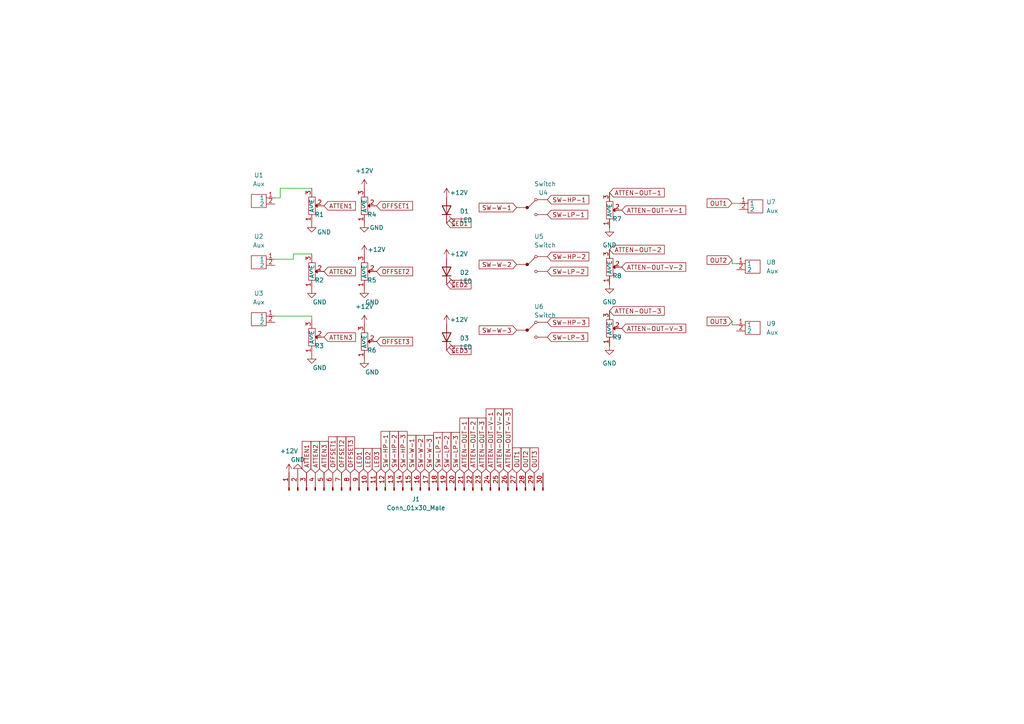
<source format=kicad_sch>
(kicad_sch (version 20230121) (generator eeschema)

  (uuid 4013cd7c-28e7-4904-8033-52aa5752abbf)

  (paper "A4")

  (title_block
    (title "Arduino Controller Front")
  )

  (lib_symbols
    (symbol "Connector:Conn_01x30_Male" (pin_names (offset 1.016) hide) (in_bom yes) (on_board yes)
      (property "Reference" "J" (at 0 38.1 0)
        (effects (font (size 1.27 1.27)))
      )
      (property "Value" "Conn_01x30_Male" (at 0 -40.64 0)
        (effects (font (size 1.27 1.27)))
      )
      (property "Footprint" "" (at 0 0 0)
        (effects (font (size 1.27 1.27)) hide)
      )
      (property "Datasheet" "~" (at 0 0 0)
        (effects (font (size 1.27 1.27)) hide)
      )
      (property "ki_keywords" "connector" (at 0 0 0)
        (effects (font (size 1.27 1.27)) hide)
      )
      (property "ki_description" "Generic connector, single row, 01x30, script generated (kicad-library-utils/schlib/autogen/connector/)" (at 0 0 0)
        (effects (font (size 1.27 1.27)) hide)
      )
      (property "ki_fp_filters" "Connector*:*_1x??_*" (at 0 0 0)
        (effects (font (size 1.27 1.27)) hide)
      )
      (symbol "Conn_01x30_Male_1_1"
        (polyline
          (pts
            (xy 1.27 -38.1)
            (xy 0.8636 -38.1)
          )
          (stroke (width 0.1524) (type default))
          (fill (type none))
        )
        (polyline
          (pts
            (xy 1.27 -35.56)
            (xy 0.8636 -35.56)
          )
          (stroke (width 0.1524) (type default))
          (fill (type none))
        )
        (polyline
          (pts
            (xy 1.27 -33.02)
            (xy 0.8636 -33.02)
          )
          (stroke (width 0.1524) (type default))
          (fill (type none))
        )
        (polyline
          (pts
            (xy 1.27 -30.48)
            (xy 0.8636 -30.48)
          )
          (stroke (width 0.1524) (type default))
          (fill (type none))
        )
        (polyline
          (pts
            (xy 1.27 -27.94)
            (xy 0.8636 -27.94)
          )
          (stroke (width 0.1524) (type default))
          (fill (type none))
        )
        (polyline
          (pts
            (xy 1.27 -25.4)
            (xy 0.8636 -25.4)
          )
          (stroke (width 0.1524) (type default))
          (fill (type none))
        )
        (polyline
          (pts
            (xy 1.27 -22.86)
            (xy 0.8636 -22.86)
          )
          (stroke (width 0.1524) (type default))
          (fill (type none))
        )
        (polyline
          (pts
            (xy 1.27 -20.32)
            (xy 0.8636 -20.32)
          )
          (stroke (width 0.1524) (type default))
          (fill (type none))
        )
        (polyline
          (pts
            (xy 1.27 -17.78)
            (xy 0.8636 -17.78)
          )
          (stroke (width 0.1524) (type default))
          (fill (type none))
        )
        (polyline
          (pts
            (xy 1.27 -15.24)
            (xy 0.8636 -15.24)
          )
          (stroke (width 0.1524) (type default))
          (fill (type none))
        )
        (polyline
          (pts
            (xy 1.27 -12.7)
            (xy 0.8636 -12.7)
          )
          (stroke (width 0.1524) (type default))
          (fill (type none))
        )
        (polyline
          (pts
            (xy 1.27 -10.16)
            (xy 0.8636 -10.16)
          )
          (stroke (width 0.1524) (type default))
          (fill (type none))
        )
        (polyline
          (pts
            (xy 1.27 -7.62)
            (xy 0.8636 -7.62)
          )
          (stroke (width 0.1524) (type default))
          (fill (type none))
        )
        (polyline
          (pts
            (xy 1.27 -5.08)
            (xy 0.8636 -5.08)
          )
          (stroke (width 0.1524) (type default))
          (fill (type none))
        )
        (polyline
          (pts
            (xy 1.27 -2.54)
            (xy 0.8636 -2.54)
          )
          (stroke (width 0.1524) (type default))
          (fill (type none))
        )
        (polyline
          (pts
            (xy 1.27 0)
            (xy 0.8636 0)
          )
          (stroke (width 0.1524) (type default))
          (fill (type none))
        )
        (polyline
          (pts
            (xy 1.27 2.54)
            (xy 0.8636 2.54)
          )
          (stroke (width 0.1524) (type default))
          (fill (type none))
        )
        (polyline
          (pts
            (xy 1.27 5.08)
            (xy 0.8636 5.08)
          )
          (stroke (width 0.1524) (type default))
          (fill (type none))
        )
        (polyline
          (pts
            (xy 1.27 7.62)
            (xy 0.8636 7.62)
          )
          (stroke (width 0.1524) (type default))
          (fill (type none))
        )
        (polyline
          (pts
            (xy 1.27 10.16)
            (xy 0.8636 10.16)
          )
          (stroke (width 0.1524) (type default))
          (fill (type none))
        )
        (polyline
          (pts
            (xy 1.27 12.7)
            (xy 0.8636 12.7)
          )
          (stroke (width 0.1524) (type default))
          (fill (type none))
        )
        (polyline
          (pts
            (xy 1.27 15.24)
            (xy 0.8636 15.24)
          )
          (stroke (width 0.1524) (type default))
          (fill (type none))
        )
        (polyline
          (pts
            (xy 1.27 17.78)
            (xy 0.8636 17.78)
          )
          (stroke (width 0.1524) (type default))
          (fill (type none))
        )
        (polyline
          (pts
            (xy 1.27 20.32)
            (xy 0.8636 20.32)
          )
          (stroke (width 0.1524) (type default))
          (fill (type none))
        )
        (polyline
          (pts
            (xy 1.27 22.86)
            (xy 0.8636 22.86)
          )
          (stroke (width 0.1524) (type default))
          (fill (type none))
        )
        (polyline
          (pts
            (xy 1.27 25.4)
            (xy 0.8636 25.4)
          )
          (stroke (width 0.1524) (type default))
          (fill (type none))
        )
        (polyline
          (pts
            (xy 1.27 27.94)
            (xy 0.8636 27.94)
          )
          (stroke (width 0.1524) (type default))
          (fill (type none))
        )
        (polyline
          (pts
            (xy 1.27 30.48)
            (xy 0.8636 30.48)
          )
          (stroke (width 0.1524) (type default))
          (fill (type none))
        )
        (polyline
          (pts
            (xy 1.27 33.02)
            (xy 0.8636 33.02)
          )
          (stroke (width 0.1524) (type default))
          (fill (type none))
        )
        (polyline
          (pts
            (xy 1.27 35.56)
            (xy 0.8636 35.56)
          )
          (stroke (width 0.1524) (type default))
          (fill (type none))
        )
        (rectangle (start 0.8636 -37.973) (end 0 -38.227)
          (stroke (width 0.1524) (type default))
          (fill (type outline))
        )
        (rectangle (start 0.8636 -35.433) (end 0 -35.687)
          (stroke (width 0.1524) (type default))
          (fill (type outline))
        )
        (rectangle (start 0.8636 -32.893) (end 0 -33.147)
          (stroke (width 0.1524) (type default))
          (fill (type outline))
        )
        (rectangle (start 0.8636 -30.353) (end 0 -30.607)
          (stroke (width 0.1524) (type default))
          (fill (type outline))
        )
        (rectangle (start 0.8636 -27.813) (end 0 -28.067)
          (stroke (width 0.1524) (type default))
          (fill (type outline))
        )
        (rectangle (start 0.8636 -25.273) (end 0 -25.527)
          (stroke (width 0.1524) (type default))
          (fill (type outline))
        )
        (rectangle (start 0.8636 -22.733) (end 0 -22.987)
          (stroke (width 0.1524) (type default))
          (fill (type outline))
        )
        (rectangle (start 0.8636 -20.193) (end 0 -20.447)
          (stroke (width 0.1524) (type default))
          (fill (type outline))
        )
        (rectangle (start 0.8636 -17.653) (end 0 -17.907)
          (stroke (width 0.1524) (type default))
          (fill (type outline))
        )
        (rectangle (start 0.8636 -15.113) (end 0 -15.367)
          (stroke (width 0.1524) (type default))
          (fill (type outline))
        )
        (rectangle (start 0.8636 -12.573) (end 0 -12.827)
          (stroke (width 0.1524) (type default))
          (fill (type outline))
        )
        (rectangle (start 0.8636 -10.033) (end 0 -10.287)
          (stroke (width 0.1524) (type default))
          (fill (type outline))
        )
        (rectangle (start 0.8636 -7.493) (end 0 -7.747)
          (stroke (width 0.1524) (type default))
          (fill (type outline))
        )
        (rectangle (start 0.8636 -4.953) (end 0 -5.207)
          (stroke (width 0.1524) (type default))
          (fill (type outline))
        )
        (rectangle (start 0.8636 -2.413) (end 0 -2.667)
          (stroke (width 0.1524) (type default))
          (fill (type outline))
        )
        (rectangle (start 0.8636 0.127) (end 0 -0.127)
          (stroke (width 0.1524) (type default))
          (fill (type outline))
        )
        (rectangle (start 0.8636 2.667) (end 0 2.413)
          (stroke (width 0.1524) (type default))
          (fill (type outline))
        )
        (rectangle (start 0.8636 5.207) (end 0 4.953)
          (stroke (width 0.1524) (type default))
          (fill (type outline))
        )
        (rectangle (start 0.8636 7.747) (end 0 7.493)
          (stroke (width 0.1524) (type default))
          (fill (type outline))
        )
        (rectangle (start 0.8636 10.287) (end 0 10.033)
          (stroke (width 0.1524) (type default))
          (fill (type outline))
        )
        (rectangle (start 0.8636 12.827) (end 0 12.573)
          (stroke (width 0.1524) (type default))
          (fill (type outline))
        )
        (rectangle (start 0.8636 15.367) (end 0 15.113)
          (stroke (width 0.1524) (type default))
          (fill (type outline))
        )
        (rectangle (start 0.8636 17.907) (end 0 17.653)
          (stroke (width 0.1524) (type default))
          (fill (type outline))
        )
        (rectangle (start 0.8636 20.447) (end 0 20.193)
          (stroke (width 0.1524) (type default))
          (fill (type outline))
        )
        (rectangle (start 0.8636 22.987) (end 0 22.733)
          (stroke (width 0.1524) (type default))
          (fill (type outline))
        )
        (rectangle (start 0.8636 25.527) (end 0 25.273)
          (stroke (width 0.1524) (type default))
          (fill (type outline))
        )
        (rectangle (start 0.8636 28.067) (end 0 27.813)
          (stroke (width 0.1524) (type default))
          (fill (type outline))
        )
        (rectangle (start 0.8636 30.607) (end 0 30.353)
          (stroke (width 0.1524) (type default))
          (fill (type outline))
        )
        (rectangle (start 0.8636 33.147) (end 0 32.893)
          (stroke (width 0.1524) (type default))
          (fill (type outline))
        )
        (rectangle (start 0.8636 35.687) (end 0 35.433)
          (stroke (width 0.1524) (type default))
          (fill (type outline))
        )
        (pin passive line (at 5.08 35.56 180) (length 3.81)
          (name "Pin_1" (effects (font (size 1.27 1.27))))
          (number "1" (effects (font (size 1.27 1.27))))
        )
        (pin passive line (at 5.08 12.7 180) (length 3.81)
          (name "Pin_10" (effects (font (size 1.27 1.27))))
          (number "10" (effects (font (size 1.27 1.27))))
        )
        (pin passive line (at 5.08 10.16 180) (length 3.81)
          (name "Pin_11" (effects (font (size 1.27 1.27))))
          (number "11" (effects (font (size 1.27 1.27))))
        )
        (pin passive line (at 5.08 7.62 180) (length 3.81)
          (name "Pin_12" (effects (font (size 1.27 1.27))))
          (number "12" (effects (font (size 1.27 1.27))))
        )
        (pin passive line (at 5.08 5.08 180) (length 3.81)
          (name "Pin_13" (effects (font (size 1.27 1.27))))
          (number "13" (effects (font (size 1.27 1.27))))
        )
        (pin passive line (at 5.08 2.54 180) (length 3.81)
          (name "Pin_14" (effects (font (size 1.27 1.27))))
          (number "14" (effects (font (size 1.27 1.27))))
        )
        (pin passive line (at 5.08 0 180) (length 3.81)
          (name "Pin_15" (effects (font (size 1.27 1.27))))
          (number "15" (effects (font (size 1.27 1.27))))
        )
        (pin passive line (at 5.08 -2.54 180) (length 3.81)
          (name "Pin_16" (effects (font (size 1.27 1.27))))
          (number "16" (effects (font (size 1.27 1.27))))
        )
        (pin passive line (at 5.08 -5.08 180) (length 3.81)
          (name "Pin_17" (effects (font (size 1.27 1.27))))
          (number "17" (effects (font (size 1.27 1.27))))
        )
        (pin passive line (at 5.08 -7.62 180) (length 3.81)
          (name "Pin_18" (effects (font (size 1.27 1.27))))
          (number "18" (effects (font (size 1.27 1.27))))
        )
        (pin passive line (at 5.08 -10.16 180) (length 3.81)
          (name "Pin_19" (effects (font (size 1.27 1.27))))
          (number "19" (effects (font (size 1.27 1.27))))
        )
        (pin passive line (at 5.08 33.02 180) (length 3.81)
          (name "Pin_2" (effects (font (size 1.27 1.27))))
          (number "2" (effects (font (size 1.27 1.27))))
        )
        (pin passive line (at 5.08 -12.7 180) (length 3.81)
          (name "Pin_20" (effects (font (size 1.27 1.27))))
          (number "20" (effects (font (size 1.27 1.27))))
        )
        (pin passive line (at 5.08 -15.24 180) (length 3.81)
          (name "Pin_21" (effects (font (size 1.27 1.27))))
          (number "21" (effects (font (size 1.27 1.27))))
        )
        (pin passive line (at 5.08 -17.78 180) (length 3.81)
          (name "Pin_22" (effects (font (size 1.27 1.27))))
          (number "22" (effects (font (size 1.27 1.27))))
        )
        (pin passive line (at 5.08 -20.32 180) (length 3.81)
          (name "Pin_23" (effects (font (size 1.27 1.27))))
          (number "23" (effects (font (size 1.27 1.27))))
        )
        (pin passive line (at 5.08 -22.86 180) (length 3.81)
          (name "Pin_24" (effects (font (size 1.27 1.27))))
          (number "24" (effects (font (size 1.27 1.27))))
        )
        (pin passive line (at 5.08 -25.4 180) (length 3.81)
          (name "Pin_25" (effects (font (size 1.27 1.27))))
          (number "25" (effects (font (size 1.27 1.27))))
        )
        (pin passive line (at 5.08 -27.94 180) (length 3.81)
          (name "Pin_26" (effects (font (size 1.27 1.27))))
          (number "26" (effects (font (size 1.27 1.27))))
        )
        (pin passive line (at 5.08 -30.48 180) (length 3.81)
          (name "Pin_27" (effects (font (size 1.27 1.27))))
          (number "27" (effects (font (size 1.27 1.27))))
        )
        (pin passive line (at 5.08 -33.02 180) (length 3.81)
          (name "Pin_28" (effects (font (size 1.27 1.27))))
          (number "28" (effects (font (size 1.27 1.27))))
        )
        (pin passive line (at 5.08 -35.56 180) (length 3.81)
          (name "Pin_29" (effects (font (size 1.27 1.27))))
          (number "29" (effects (font (size 1.27 1.27))))
        )
        (pin passive line (at 5.08 30.48 180) (length 3.81)
          (name "Pin_3" (effects (font (size 1.27 1.27))))
          (number "3" (effects (font (size 1.27 1.27))))
        )
        (pin passive line (at 5.08 -38.1 180) (length 3.81)
          (name "Pin_30" (effects (font (size 1.27 1.27))))
          (number "30" (effects (font (size 1.27 1.27))))
        )
        (pin passive line (at 5.08 27.94 180) (length 3.81)
          (name "Pin_4" (effects (font (size 1.27 1.27))))
          (number "4" (effects (font (size 1.27 1.27))))
        )
        (pin passive line (at 5.08 25.4 180) (length 3.81)
          (name "Pin_5" (effects (font (size 1.27 1.27))))
          (number "5" (effects (font (size 1.27 1.27))))
        )
        (pin passive line (at 5.08 22.86 180) (length 3.81)
          (name "Pin_6" (effects (font (size 1.27 1.27))))
          (number "6" (effects (font (size 1.27 1.27))))
        )
        (pin passive line (at 5.08 20.32 180) (length 3.81)
          (name "Pin_7" (effects (font (size 1.27 1.27))))
          (number "7" (effects (font (size 1.27 1.27))))
        )
        (pin passive line (at 5.08 17.78 180) (length 3.81)
          (name "Pin_8" (effects (font (size 1.27 1.27))))
          (number "8" (effects (font (size 1.27 1.27))))
        )
        (pin passive line (at 5.08 15.24 180) (length 3.81)
          (name "Pin_9" (effects (font (size 1.27 1.27))))
          (number "9" (effects (font (size 1.27 1.27))))
        )
      )
    )
    (symbol "Device:LED" (pin_numbers hide) (pin_names (offset 1.016) hide) (in_bom yes) (on_board yes)
      (property "Reference" "D" (at 0 2.54 0)
        (effects (font (size 1.27 1.27)))
      )
      (property "Value" "LED" (at 0 -2.54 0)
        (effects (font (size 1.27 1.27)))
      )
      (property "Footprint" "" (at 0 0 0)
        (effects (font (size 1.27 1.27)) hide)
      )
      (property "Datasheet" "~" (at 0 0 0)
        (effects (font (size 1.27 1.27)) hide)
      )
      (property "ki_keywords" "LED diode" (at 0 0 0)
        (effects (font (size 1.27 1.27)) hide)
      )
      (property "ki_description" "Light emitting diode" (at 0 0 0)
        (effects (font (size 1.27 1.27)) hide)
      )
      (property "ki_fp_filters" "LED* LED_SMD:* LED_THT:*" (at 0 0 0)
        (effects (font (size 1.27 1.27)) hide)
      )
      (symbol "LED_0_1"
        (polyline
          (pts
            (xy -1.27 -1.27)
            (xy -1.27 1.27)
          )
          (stroke (width 0.254) (type default))
          (fill (type none))
        )
        (polyline
          (pts
            (xy -1.27 0)
            (xy 1.27 0)
          )
          (stroke (width 0) (type default))
          (fill (type none))
        )
        (polyline
          (pts
            (xy 1.27 -1.27)
            (xy 1.27 1.27)
            (xy -1.27 0)
            (xy 1.27 -1.27)
          )
          (stroke (width 0.254) (type default))
          (fill (type none))
        )
        (polyline
          (pts
            (xy -3.048 -0.762)
            (xy -4.572 -2.286)
            (xy -3.81 -2.286)
            (xy -4.572 -2.286)
            (xy -4.572 -1.524)
          )
          (stroke (width 0) (type default))
          (fill (type none))
        )
        (polyline
          (pts
            (xy -1.778 -0.762)
            (xy -3.302 -2.286)
            (xy -2.54 -2.286)
            (xy -3.302 -2.286)
            (xy -3.302 -1.524)
          )
          (stroke (width 0) (type default))
          (fill (type none))
        )
      )
      (symbol "LED_1_1"
        (pin passive line (at -3.81 0 0) (length 2.54)
          (name "K" (effects (font (size 1.27 1.27))))
          (number "1" (effects (font (size 1.27 1.27))))
        )
        (pin passive line (at 3.81 0 180) (length 2.54)
          (name "A" (effects (font (size 1.27 1.27))))
          (number "2" (effects (font (size 1.27 1.27))))
        )
      )
    )
    (symbol "HEJ:AlpsPot" (in_bom yes) (on_board yes)
      (property "Reference" "R" (at -6.35 2.54 0)
        (effects (font (size 1.27 1.27)))
      )
      (property "Value" "AlpsPot" (at -3.81 13.97 0)
        (effects (font (size 1.27 1.27)) hide)
      )
      (property "Footprint" "pretties:AlpsPot" (at -2.54 11.43 0)
        (effects (font (size 1.27 1.27)) hide)
      )
      (property "Datasheet" "" (at -2.54 11.43 0)
        (effects (font (size 1.27 1.27)) hide)
      )
      (symbol "AlpsPot_0_1"
        (rectangle (start -4.445 3.81) (end -2.54 -1.27)
          (stroke (width 0) (type default))
          (fill (type none))
        )
        (polyline
          (pts
            (xy -2.54 1.27)
            (xy -1.9454 1.8617)
            (xy -1.9454 0.7452)
            (xy -2.54 1.27)
            (xy -2.0208 0.9713)
            (xy -2.0543 1.6216)
            (xy -2.3418 1.2923)
            (xy -2.1548 1.1611)
            (xy -2.1548 1.3844)
            (xy -2.54 1.27)
          )
          (stroke (width 0) (type default))
          (fill (type none))
        )
      )
      (symbol "AlpsPot_1_1"
        (pin passive line (at -3.556 -3.81 90) (length 2.54)
          (name "A" (effects (font (size 1.27 1.27))))
          (number "1" (effects (font (size 1.27 1.27))))
        )
        (pin passive line (at 0 1.27 180) (length 2.54)
          (name "S" (effects (font (size 1.27 1.27))))
          (number "2" (effects (font (size 1.27 1.27))))
        )
        (pin passive line (at -3.556 6.35 270) (length 2.54)
          (name "E" (effects (font (size 1.27 1.27))))
          (number "3" (effects (font (size 1.27 1.27))))
        )
        (pin no_connect line (at -11.684 0 270) (length 2.54) hide
          (name "NC" (effects (font (size 1.27 1.27))))
          (number "4" (effects (font (size 1.27 1.27))))
        )
        (pin no_connect line (at -13.716 0 270) (length 2.54) hide
          (name "NC" (effects (font (size 1.27 1.27))))
          (number "5" (effects (font (size 1.27 1.27))))
        )
        (pin no_connect line (at -16.002 0 270) (length 2.54) hide
          (name "NC" (effects (font (size 1.27 1.27))))
          (number "6" (effects (font (size 1.27 1.27))))
        )
      )
    )
    (symbol "HEJ:Aux" (in_bom yes) (on_board yes)
      (property "Reference" "U" (at 0 3.048 0)
        (effects (font (size 1.27 1.27)))
      )
      (property "Value" "Aux" (at 0 -3.048 0)
        (effects (font (size 1.27 1.27)))
      )
      (property "Footprint" "" (at 0 0 0)
        (effects (font (size 1.27 1.27)) hide)
      )
      (property "Datasheet" "" (at 0 0 0)
        (effects (font (size 1.27 1.27)) hide)
      )
      (symbol "Aux_0_1"
        (rectangle (start -2.032 2.032) (end 2.286 -1.778)
          (stroke (width 0) (type default))
          (fill (type none))
        )
      )
      (symbol "Aux_1_1"
        (pin input line (at 4.826 1.016 180) (length 2.54)
          (name "1" (effects (font (size 1.27 1.27))))
          (number "1" (effects (font (size 1.27 1.27))))
        )
        (pin input line (at 4.826 -0.762 180) (length 2.54)
          (name "2" (effects (font (size 1.27 1.27))))
          (number "2" (effects (font (size 1.27 1.27))))
        )
      )
    )
    (symbol "HEJ:Switch" (in_bom yes) (on_board yes)
      (property "Reference" "U" (at 0 4.318 0)
        (effects (font (size 1.27 1.27)))
      )
      (property "Value" "Switch" (at 0 -6.096 0)
        (effects (font (size 1.27 1.27)))
      )
      (property "Footprint" "pretties:Switch" (at 0.508 -7.366 0)
        (effects (font (size 1.27 1.27)) hide)
      )
      (property "Datasheet" "" (at 0 0 0)
        (effects (font (size 1.27 1.27)) hide)
      )
      (symbol "Switch_0_1"
        (polyline
          (pts
            (xy 0 0)
            (xy -3.048 0)
          )
          (stroke (width 0) (type default))
          (fill (type none))
        )
        (polyline
          (pts
            (xy 0.254 0)
            (xy 2.286 2.032)
          )
          (stroke (width 0) (type default))
          (fill (type none))
        )
        (polyline
          (pts
            (xy 3.048 -2.032)
            (xy 5.842 -2.032)
          )
          (stroke (width 0) (type default))
          (fill (type none))
        )
        (polyline
          (pts
            (xy 3.048 2.286)
            (xy 5.842 2.286)
          )
          (stroke (width 0) (type default))
          (fill (type none))
        )
        (circle (center 0 0) (radius 0.3965)
          (stroke (width 0) (type default))
          (fill (type outline))
        )
        (circle (center 2.54 -2.032) (radius 0.3592)
          (stroke (width 0) (type default))
          (fill (type none))
        )
        (circle (center 2.54 2.286) (radius 0.3592)
          (stroke (width 0) (type default))
          (fill (type none))
        )
      )
      (symbol "Switch_1_1"
        (pin input line (at 5.842 2.286 180) (length 2.54) hide
          (name "1" (effects (font (size 1.27 1.27))))
          (number "1" (effects (font (size 1.27 1.27))))
        )
        (pin input line (at -3.048 0 0) (length 2.54) hide
          (name "2" (effects (font (size 1.27 1.27))))
          (number "2" (effects (font (size 1.27 1.27))))
        )
        (pin input line (at 5.842 -2.032 180) (length 2.54) hide
          (name "3" (effects (font (size 1.27 1.27))))
          (number "3" (effects (font (size 1.27 1.27))))
        )
      )
    )
    (symbol "power:+12V" (power) (pin_names (offset 0)) (in_bom yes) (on_board yes)
      (property "Reference" "#PWR" (at 0 -3.81 0)
        (effects (font (size 1.27 1.27)) hide)
      )
      (property "Value" "+12V" (at 0 3.556 0)
        (effects (font (size 1.27 1.27)))
      )
      (property "Footprint" "" (at 0 0 0)
        (effects (font (size 1.27 1.27)) hide)
      )
      (property "Datasheet" "" (at 0 0 0)
        (effects (font (size 1.27 1.27)) hide)
      )
      (property "ki_keywords" "power-flag" (at 0 0 0)
        (effects (font (size 1.27 1.27)) hide)
      )
      (property "ki_description" "Power symbol creates a global label with name \"+12V\"" (at 0 0 0)
        (effects (font (size 1.27 1.27)) hide)
      )
      (symbol "+12V_0_1"
        (polyline
          (pts
            (xy -0.762 1.27)
            (xy 0 2.54)
          )
          (stroke (width 0) (type default))
          (fill (type none))
        )
        (polyline
          (pts
            (xy 0 0)
            (xy 0 2.54)
          )
          (stroke (width 0) (type default))
          (fill (type none))
        )
        (polyline
          (pts
            (xy 0 2.54)
            (xy 0.762 1.27)
          )
          (stroke (width 0) (type default))
          (fill (type none))
        )
      )
      (symbol "+12V_1_1"
        (pin power_in line (at 0 0 90) (length 0) hide
          (name "+12V" (effects (font (size 1.27 1.27))))
          (number "1" (effects (font (size 1.27 1.27))))
        )
      )
    )
    (symbol "power:GND" (power) (pin_names (offset 0)) (in_bom yes) (on_board yes)
      (property "Reference" "#PWR" (at 0 -6.35 0)
        (effects (font (size 1.27 1.27)) hide)
      )
      (property "Value" "GND" (at 0 -3.81 0)
        (effects (font (size 1.27 1.27)))
      )
      (property "Footprint" "" (at 0 0 0)
        (effects (font (size 1.27 1.27)) hide)
      )
      (property "Datasheet" "" (at 0 0 0)
        (effects (font (size 1.27 1.27)) hide)
      )
      (property "ki_keywords" "power-flag" (at 0 0 0)
        (effects (font (size 1.27 1.27)) hide)
      )
      (property "ki_description" "Power symbol creates a global label with name \"GND\" , ground" (at 0 0 0)
        (effects (font (size 1.27 1.27)) hide)
      )
      (symbol "GND_0_1"
        (polyline
          (pts
            (xy 0 0)
            (xy 0 -1.27)
            (xy 1.27 -1.27)
            (xy 0 -2.54)
            (xy -1.27 -1.27)
            (xy 0 -1.27)
          )
          (stroke (width 0) (type default))
          (fill (type none))
        )
      )
      (symbol "GND_1_1"
        (pin power_in line (at 0 0 270) (length 0) hide
          (name "GND" (effects (font (size 1.27 1.27))))
          (number "1" (effects (font (size 1.27 1.27))))
        )
      )
    )
  )


  (wire (pts (xy 81.28 57.404) (xy 81.28 54.61))
    (stroke (width 0) (type default))
    (uuid 11ba1dbd-e8fe-4d19-92ab-ec57834e7e2f)
  )
  (wire (pts (xy 85.09 75.184) (xy 85.09 73.66))
    (stroke (width 0) (type default))
    (uuid 1f5b01dd-c133-4df7-bcc4-a56aa7b58030)
  )
  (wire (pts (xy 79.756 75.184) (xy 85.09 75.184))
    (stroke (width 0) (type default))
    (uuid 5a36ec43-5793-4952-8c86-18aaa16b3da6)
  )
  (wire (pts (xy 79.756 91.694) (xy 90.424 91.694))
    (stroke (width 0) (type default))
    (uuid 8623d6da-183e-404e-8352-e1fa90f0194d)
  )
  (wire (pts (xy 85.09 73.66) (xy 90.424 73.66))
    (stroke (width 0) (type default))
    (uuid 866bf40f-b810-4d57-aa61-50025b27bcf3)
  )
  (wire (pts (xy 212.344 76.454) (xy 212.344 75.438))
    (stroke (width 0) (type default))
    (uuid 889d2b03-b595-4446-b2ec-817e7490d21a)
  )
  (wire (pts (xy 79.756 57.404) (xy 81.28 57.404))
    (stroke (width 0) (type default))
    (uuid a587c280-55d4-4902-8153-6ee6e2c16311)
  )
  (wire (pts (xy 213.614 76.454) (xy 212.344 76.454))
    (stroke (width 0) (type default))
    (uuid d0d52fe1-a23c-4164-ba22-44a21f75ac11)
  )
  (wire (pts (xy 81.28 54.61) (xy 90.424 54.61))
    (stroke (width 0) (type default))
    (uuid d451c929-15eb-49df-aa74-0f607d023a05)
  )
  (wire (pts (xy 214.4002 58.9672) (xy 212.344 58.9672))
    (stroke (width 0) (type default))
    (uuid d9c66efe-e240-4310-b65e-94b11e184789)
  )
  (wire (pts (xy 90.424 91.694) (xy 90.424 92.71))
    (stroke (width 0) (type default))
    (uuid dc57ccc0-b7b2-4d6b-9445-2941038aab92)
  )
  (wire (pts (xy 212.344 58.9672) (xy 212.344 58.928))
    (stroke (width 0) (type default))
    (uuid df4829e2-8085-4d44-a46b-bf46649d815e)
  )
  (wire (pts (xy 212.344 94.234) (xy 212.344 93.218))
    (stroke (width 0) (type default))
    (uuid ef05d03d-ef68-48ff-b005-58c066d90523)
  )
  (wire (pts (xy 213.614 94.234) (xy 212.344 94.234))
    (stroke (width 0) (type default))
    (uuid f7fd71c0-4856-4dfd-835b-38c80e9042da)
  )

  (global_label "OFFSET2" (shape input) (at 109.22 78.74 0) (fields_autoplaced)
    (effects (font (size 1.27 1.27)) (justify left))
    (uuid 03b06108-aa1a-46cd-9da9-061c553a804c)
    (property "Intersheetrefs" "${INTERSHEET_REFS}" (at 119.6764 78.6606 0)
      (effects (font (size 1.27 1.27)) (justify left) hide)
    )
  )
  (global_label "ATTEN-OUT-1" (shape input) (at 134.62 137.16 90) (fields_autoplaced)
    (effects (font (size 1.27 1.27)) (justify left))
    (uuid 04344355-fbc5-4b56-8c91-22148781e1bd)
    (property "Intersheetrefs" "${INTERSHEET_REFS}" (at 134.5406 121.2607 90)
      (effects (font (size 1.27 1.27)) (justify left) hide)
    )
  )
  (global_label "ATTEN3" (shape input) (at 93.98 97.79 0) (fields_autoplaced)
    (effects (font (size 1.27 1.27)) (justify left))
    (uuid 0741beca-5ef5-4a98-892b-cd362aa17aab)
    (property "Intersheetrefs" "${INTERSHEET_REFS}" (at 103.106 97.7106 0)
      (effects (font (size 1.27 1.27)) (justify left) hide)
    )
  )
  (global_label "SW-LP-2" (shape input) (at 129.54 137.16 90) (fields_autoplaced)
    (effects (font (size 1.27 1.27)) (justify left))
    (uuid 0877dea3-3a2f-4ed8-8156-42c047f3d6a5)
    (property "Intersheetrefs" "${INTERSHEET_REFS}" (at 129.4606 125.4336 90)
      (effects (font (size 1.27 1.27)) (justify left) hide)
    )
  )
  (global_label "OFFSET2" (shape input) (at 99.06 137.16 90) (fields_autoplaced)
    (effects (font (size 1.27 1.27)) (justify left))
    (uuid 0b4bf90e-5049-48e1-bf25-06e5626c3b04)
    (property "Intersheetrefs" "${INTERSHEET_REFS}" (at 98.9806 126.7036 90)
      (effects (font (size 1.27 1.27)) (justify left) hide)
    )
  )
  (global_label "ATTEN-OUT-2" (shape input) (at 137.16 137.16 90) (fields_autoplaced)
    (effects (font (size 1.27 1.27)) (justify left))
    (uuid 0cc3c96a-443c-4d02-84d7-65fd18954a1e)
    (property "Intersheetrefs" "${INTERSHEET_REFS}" (at 137.0806 121.2607 90)
      (effects (font (size 1.27 1.27)) (justify left) hide)
    )
  )
  (global_label "SW-HP-2" (shape input) (at 158.75 74.422 0) (fields_autoplaced)
    (effects (font (size 1.27 1.27)) (justify left))
    (uuid 0e56bbdf-f220-43d0-a3c0-efcd328eb50a)
    (property "Intersheetrefs" "${INTERSHEET_REFS}" (at 170.7788 74.3426 0)
      (effects (font (size 1.27 1.27)) (justify left) hide)
    )
  )
  (global_label "OUT2" (shape input) (at 152.4 137.16 90) (fields_autoplaced)
    (effects (font (size 1.27 1.27)) (justify left))
    (uuid 0ed0632d-d127-48b7-834a-1778a5a35176)
    (property "Intersheetrefs" "${INTERSHEET_REFS}" (at 152.3206 129.9088 90)
      (effects (font (size 1.27 1.27)) (justify left) hide)
    )
  )
  (global_label "ATTEN1" (shape input) (at 88.9 137.16 90) (fields_autoplaced)
    (effects (font (size 1.27 1.27)) (justify left))
    (uuid 1285f96f-469e-485f-a006-90b095bf424a)
    (property "Intersheetrefs" "${INTERSHEET_REFS}" (at 88.8206 128.034 90)
      (effects (font (size 1.27 1.27)) (justify left) hide)
    )
  )
  (global_label "OUT1" (shape input) (at 149.86 137.16 90) (fields_autoplaced)
    (effects (font (size 1.27 1.27)) (justify left))
    (uuid 1631266d-ca72-4b66-9a1a-87fdc2586c3e)
    (property "Intersheetrefs" "${INTERSHEET_REFS}" (at 149.9394 129.9088 90)
      (effects (font (size 1.27 1.27)) (justify left) hide)
    )
  )
  (global_label "SW-HP-1" (shape input) (at 111.76 137.16 90) (fields_autoplaced)
    (effects (font (size 1.27 1.27)) (justify left))
    (uuid 1da1ef8f-12a5-4e5a-a050-00131689e669)
    (property "Intersheetrefs" "${INTERSHEET_REFS}" (at 111.6806 125.1312 90)
      (effects (font (size 1.27 1.27)) (justify left) hide)
    )
  )
  (global_label "OFFSET3" (shape input) (at 101.6 137.16 90) (fields_autoplaced)
    (effects (font (size 1.27 1.27)) (justify left))
    (uuid 1e0a9da3-2584-4e7e-8fbc-3b56d8a39cc9)
    (property "Intersheetrefs" "${INTERSHEET_REFS}" (at 101.5206 126.7036 90)
      (effects (font (size 1.27 1.27)) (justify left) hide)
    )
  )
  (global_label "OUT3" (shape input) (at 212.344 93.218 180) (fields_autoplaced)
    (effects (font (size 1.27 1.27)) (justify right))
    (uuid 1eb9d155-812a-4c05-a945-c660917ac216)
    (property "Intersheetrefs" "${INTERSHEET_REFS}" (at 205.0928 93.1386 0)
      (effects (font (size 1.27 1.27)) (justify right) hide)
    )
  )
  (global_label "ATTEN-OUT-3" (shape input) (at 139.7 137.16 90) (fields_autoplaced)
    (effects (font (size 1.27 1.27)) (justify left))
    (uuid 241f4d81-b013-4fc6-acfc-d3cf6e124ec9)
    (property "Intersheetrefs" "${INTERSHEET_REFS}" (at 139.6206 121.2607 90)
      (effects (font (size 1.27 1.27)) (justify left) hide)
    )
  )
  (global_label "ATTEN1" (shape input) (at 93.98 59.69 0) (fields_autoplaced)
    (effects (font (size 1.27 1.27)) (justify left))
    (uuid 2a3d18f8-ea66-40d2-b40f-2d3da634a7c9)
    (property "Intersheetrefs" "${INTERSHEET_REFS}" (at 103.106 59.6106 0)
      (effects (font (size 1.27 1.27)) (justify left) hide)
    )
  )
  (global_label "SW-LP-1" (shape input) (at 127 137.16 90) (fields_autoplaced)
    (effects (font (size 1.27 1.27)) (justify left))
    (uuid 2b3a215b-3da2-41ba-a523-c7534a22e40d)
    (property "Intersheetrefs" "${INTERSHEET_REFS}" (at 126.9206 125.4336 90)
      (effects (font (size 1.27 1.27)) (justify left) hide)
    )
  )
  (global_label "ATTEN-OUT-V-2" (shape input) (at 180.34 77.47 0) (fields_autoplaced)
    (effects (font (size 1.27 1.27)) (justify left))
    (uuid 2f4e78b4-e551-48a0-aef7-40e61cb486ee)
    (property "Intersheetrefs" "${INTERSHEET_REFS}" (at 198.9002 77.3906 0)
      (effects (font (size 1.27 1.27)) (justify left) hide)
    )
  )
  (global_label "SW-LP-3" (shape input) (at 132.08 137.16 90) (fields_autoplaced)
    (effects (font (size 1.27 1.27)) (justify left))
    (uuid 35b1b8de-35f5-42c9-8668-365bd57ec2b4)
    (property "Intersheetrefs" "${INTERSHEET_REFS}" (at 132.0006 125.4336 90)
      (effects (font (size 1.27 1.27)) (justify left) hide)
    )
  )
  (global_label "LED2" (shape input) (at 106.68 137.16 90) (fields_autoplaced)
    (effects (font (size 1.27 1.27)) (justify left))
    (uuid 39fa9b4e-f4cf-4736-97e2-4f4b5696cfc5)
    (property "Intersheetrefs" "${INTERSHEET_REFS}" (at 106.6006 130.0902 90)
      (effects (font (size 1.27 1.27)) (justify left) hide)
    )
  )
  (global_label "SW-W-2" (shape input) (at 121.92 137.16 90) (fields_autoplaced)
    (effects (font (size 1.27 1.27)) (justify left))
    (uuid 4e78ec93-9a22-44bc-a22b-81bb5167b0da)
    (property "Intersheetrefs" "${INTERSHEET_REFS}" (at 121.9994 126.2802 90)
      (effects (font (size 1.27 1.27)) (justify left) hide)
    )
  )
  (global_label "SW-LP-1" (shape input) (at 158.75 62.23 0) (fields_autoplaced)
    (effects (font (size 1.27 1.27)) (justify left))
    (uuid 51972b14-c367-4ebd-b976-d1eb33c15883)
    (property "Intersheetrefs" "${INTERSHEET_REFS}" (at 170.4764 62.1506 0)
      (effects (font (size 1.27 1.27)) (justify left) hide)
    )
  )
  (global_label "LED3" (shape input) (at 129.54 101.6 0) (fields_autoplaced)
    (effects (font (size 1.27 1.27)) (justify left))
    (uuid 51d13277-d10c-448f-8213-491a6de8572e)
    (property "Intersheetrefs" "${INTERSHEET_REFS}" (at 136.6098 101.5206 0)
      (effects (font (size 1.27 1.27)) (justify left) hide)
    )
  )
  (global_label "SW-HP-3" (shape input) (at 116.84 137.16 90) (fields_autoplaced)
    (effects (font (size 1.27 1.27)) (justify left))
    (uuid 56025bd4-d39b-466e-91cd-6a371621f0de)
    (property "Intersheetrefs" "${INTERSHEET_REFS}" (at 116.7606 125.1312 90)
      (effects (font (size 1.27 1.27)) (justify left) hide)
    )
  )
  (global_label "ATTEN-OUT-V-3" (shape input) (at 147.32 137.16 90) (fields_autoplaced)
    (effects (font (size 1.27 1.27)) (justify left))
    (uuid 56da7ef3-7114-426f-a897-4e821811ca2e)
    (property "Intersheetrefs" "${INTERSHEET_REFS}" (at 147.2406 118.5998 90)
      (effects (font (size 1.27 1.27)) (justify left) hide)
    )
  )
  (global_label "SW-HP-3" (shape input) (at 158.75 93.472 0) (fields_autoplaced)
    (effects (font (size 1.27 1.27)) (justify left))
    (uuid 6364f3af-93a3-4681-a96b-acefa235fd6b)
    (property "Intersheetrefs" "${INTERSHEET_REFS}" (at 170.7788 93.3926 0)
      (effects (font (size 1.27 1.27)) (justify left) hide)
    )
  )
  (global_label "ATTEN-OUT-3" (shape input) (at 176.784 90.17 0) (fields_autoplaced)
    (effects (font (size 1.27 1.27)) (justify left))
    (uuid 695522cc-054b-4c14-8439-7c8b260999cf)
    (property "Intersheetrefs" "${INTERSHEET_REFS}" (at 192.6833 90.0906 0)
      (effects (font (size 1.27 1.27)) (justify left) hide)
    )
  )
  (global_label "SW-LP-2" (shape input) (at 158.75 78.74 0) (fields_autoplaced)
    (effects (font (size 1.27 1.27)) (justify left))
    (uuid 6fc3e590-363d-4714-95a5-60b37b1040bf)
    (property "Intersheetrefs" "${INTERSHEET_REFS}" (at 170.4764 78.6606 0)
      (effects (font (size 1.27 1.27)) (justify left) hide)
    )
  )
  (global_label "SW-HP-2" (shape input) (at 114.3 137.16 90) (fields_autoplaced)
    (effects (font (size 1.27 1.27)) (justify left))
    (uuid 72546f52-68a3-419b-82ea-c600a4fe115f)
    (property "Intersheetrefs" "${INTERSHEET_REFS}" (at 114.2206 125.1312 90)
      (effects (font (size 1.27 1.27)) (justify left) hide)
    )
  )
  (global_label "SW-W-3" (shape input) (at 149.86 95.758 180) (fields_autoplaced)
    (effects (font (size 1.27 1.27)) (justify right))
    (uuid 82954387-d2a3-432f-81e7-d4486d4d4172)
    (property "Intersheetrefs" "${INTERSHEET_REFS}" (at 138.9802 95.6786 0)
      (effects (font (size 1.27 1.27)) (justify right) hide)
    )
  )
  (global_label "OUT3" (shape input) (at 154.94 137.16 90) (fields_autoplaced)
    (effects (font (size 1.27 1.27)) (justify left))
    (uuid 87b89993-e095-4edf-aa37-4e8b0a508431)
    (property "Intersheetrefs" "${INTERSHEET_REFS}" (at 154.8606 129.9088 90)
      (effects (font (size 1.27 1.27)) (justify left) hide)
    )
  )
  (global_label "OFFSET1" (shape input) (at 109.22 59.69 0) (fields_autoplaced)
    (effects (font (size 1.27 1.27)) (justify left))
    (uuid 8a66d3af-5b92-4bb0-b6ad-953167ba2086)
    (property "Intersheetrefs" "${INTERSHEET_REFS}" (at 119.6764 59.6106 0)
      (effects (font (size 1.27 1.27)) (justify left) hide)
    )
  )
  (global_label "LED1" (shape input) (at 129.54 64.77 0) (fields_autoplaced)
    (effects (font (size 1.27 1.27)) (justify left))
    (uuid 8beae0d7-6ef8-44fb-a509-2e6863028f9e)
    (property "Intersheetrefs" "${INTERSHEET_REFS}" (at 136.6098 64.6906 0)
      (effects (font (size 1.27 1.27)) (justify left) hide)
    )
  )
  (global_label "ATTEN-OUT-V-1" (shape input) (at 142.24 137.16 90) (fields_autoplaced)
    (effects (font (size 1.27 1.27)) (justify left))
    (uuid 8e75279e-34ff-4634-8a28-1f058dec2381)
    (property "Intersheetrefs" "${INTERSHEET_REFS}" (at 142.1606 118.5998 90)
      (effects (font (size 1.27 1.27)) (justify left) hide)
    )
  )
  (global_label "SW-HP-1" (shape input) (at 158.75 57.912 0) (fields_autoplaced)
    (effects (font (size 1.27 1.27)) (justify left))
    (uuid 9c6b9a88-d381-4f38-bf75-8e9329aea607)
    (property "Intersheetrefs" "${INTERSHEET_REFS}" (at 170.7788 57.8326 0)
      (effects (font (size 1.27 1.27)) (justify left) hide)
    )
  )
  (global_label "SW-W-3" (shape input) (at 124.46 137.16 90) (fields_autoplaced)
    (effects (font (size 1.27 1.27)) (justify left))
    (uuid a245e6b8-0923-49e2-a12c-b2dd2d0c5ac8)
    (property "Intersheetrefs" "${INTERSHEET_REFS}" (at 124.5394 126.2802 90)
      (effects (font (size 1.27 1.27)) (justify left) hide)
    )
  )
  (global_label "ATTEN-OUT-V-1" (shape input) (at 180.34 60.96 0) (fields_autoplaced)
    (effects (font (size 1.27 1.27)) (justify left))
    (uuid a4841d9b-1d81-401a-9287-193bd7b46807)
    (property "Intersheetrefs" "${INTERSHEET_REFS}" (at 198.9002 60.8806 0)
      (effects (font (size 1.27 1.27)) (justify left) hide)
    )
  )
  (global_label "SW-W-2" (shape input) (at 149.86 76.708 180) (fields_autoplaced)
    (effects (font (size 1.27 1.27)) (justify right))
    (uuid ab76efed-c420-4c41-affb-a823345b576a)
    (property "Intersheetrefs" "${INTERSHEET_REFS}" (at 138.9802 76.6286 0)
      (effects (font (size 1.27 1.27)) (justify right) hide)
    )
  )
  (global_label "SW-W-1" (shape input) (at 149.86 60.198 180) (fields_autoplaced)
    (effects (font (size 1.27 1.27)) (justify right))
    (uuid ad6af342-cfef-435f-8498-2468d67699d4)
    (property "Intersheetrefs" "${INTERSHEET_REFS}" (at 138.9802 60.1186 0)
      (effects (font (size 1.27 1.27)) (justify right) hide)
    )
  )
  (global_label "LED2" (shape input) (at 129.54 82.55 0) (fields_autoplaced)
    (effects (font (size 1.27 1.27)) (justify left))
    (uuid b1167925-6f5f-4c12-b8c0-ce73de042bca)
    (property "Intersheetrefs" "${INTERSHEET_REFS}" (at 136.6098 82.4706 0)
      (effects (font (size 1.27 1.27)) (justify left) hide)
    )
  )
  (global_label "SW-LP-3" (shape input) (at 158.75 97.79 0) (fields_autoplaced)
    (effects (font (size 1.27 1.27)) (justify left))
    (uuid b3318288-8188-4778-961a-28004e0c63ea)
    (property "Intersheetrefs" "${INTERSHEET_REFS}" (at 170.4764 97.7106 0)
      (effects (font (size 1.27 1.27)) (justify left) hide)
    )
  )
  (global_label "LED1" (shape input) (at 104.14 137.16 90) (fields_autoplaced)
    (effects (font (size 1.27 1.27)) (justify left))
    (uuid bb41d2e9-f71a-4bc5-a862-16d6bc5ada62)
    (property "Intersheetrefs" "${INTERSHEET_REFS}" (at 104.0606 130.0902 90)
      (effects (font (size 1.27 1.27)) (justify left) hide)
    )
  )
  (global_label "OFFSET1" (shape input) (at 96.52 137.16 90) (fields_autoplaced)
    (effects (font (size 1.27 1.27)) (justify left))
    (uuid bc0fba04-70a1-49a0-a57a-9ab8ca6fe5d1)
    (property "Intersheetrefs" "${INTERSHEET_REFS}" (at 96.4406 126.7036 90)
      (effects (font (size 1.27 1.27)) (justify left) hide)
    )
  )
  (global_label "ATTEN2" (shape input) (at 93.98 78.74 0) (fields_autoplaced)
    (effects (font (size 1.27 1.27)) (justify left))
    (uuid bd92b023-92fa-4a77-b476-e360bc2c75c9)
    (property "Intersheetrefs" "${INTERSHEET_REFS}" (at 103.106 78.6606 0)
      (effects (font (size 1.27 1.27)) (justify left) hide)
    )
  )
  (global_label "OUT1" (shape input) (at 212.344 58.928 180) (fields_autoplaced)
    (effects (font (size 1.27 1.27)) (justify right))
    (uuid c3ac528e-2620-4681-980f-b342cec5eade)
    (property "Intersheetrefs" "${INTERSHEET_REFS}" (at 205.0928 58.8486 0)
      (effects (font (size 1.27 1.27)) (justify right) hide)
    )
  )
  (global_label "ATTEN-OUT-1" (shape input) (at 176.784 55.88 0) (fields_autoplaced)
    (effects (font (size 1.27 1.27)) (justify left))
    (uuid c9d2da5d-39ab-461d-87b9-fdbb6600cee2)
    (property "Intersheetrefs" "${INTERSHEET_REFS}" (at 192.6833 55.8006 0)
      (effects (font (size 1.27 1.27)) (justify left) hide)
    )
  )
  (global_label "ATTEN-OUT-V-3" (shape input) (at 180.34 95.25 0) (fields_autoplaced)
    (effects (font (size 1.27 1.27)) (justify left))
    (uuid d067a50a-015a-49ea-8d4f-e769cc52bbe3)
    (property "Intersheetrefs" "${INTERSHEET_REFS}" (at 198.9002 95.1706 0)
      (effects (font (size 1.27 1.27)) (justify left) hide)
    )
  )
  (global_label "ATTEN3" (shape input) (at 93.98 137.16 90) (fields_autoplaced)
    (effects (font (size 1.27 1.27)) (justify left))
    (uuid d21ef4d2-bad7-45ab-9f82-7b355e3a0117)
    (property "Intersheetrefs" "${INTERSHEET_REFS}" (at 93.9006 128.034 90)
      (effects (font (size 1.27 1.27)) (justify left) hide)
    )
  )
  (global_label "OFFSET3" (shape input) (at 109.22 99.06 0) (fields_autoplaced)
    (effects (font (size 1.27 1.27)) (justify left))
    (uuid d6912495-f6a9-4e2f-b320-eb5070c34f1f)
    (property "Intersheetrefs" "${INTERSHEET_REFS}" (at 119.6764 98.9806 0)
      (effects (font (size 1.27 1.27)) (justify left) hide)
    )
  )
  (global_label "ATTEN-OUT-V-2" (shape input) (at 144.78 137.16 90) (fields_autoplaced)
    (effects (font (size 1.27 1.27)) (justify left))
    (uuid e7ae3c5f-f26b-48f1-b8ae-e84c8bc321d7)
    (property "Intersheetrefs" "${INTERSHEET_REFS}" (at 144.7006 118.5998 90)
      (effects (font (size 1.27 1.27)) (justify left) hide)
    )
  )
  (global_label "LED3" (shape input) (at 109.22 137.16 90) (fields_autoplaced)
    (effects (font (size 1.27 1.27)) (justify left))
    (uuid e7c73a78-1447-47a8-acf1-d1d1b0e8f677)
    (property "Intersheetrefs" "${INTERSHEET_REFS}" (at 109.1406 130.0902 90)
      (effects (font (size 1.27 1.27)) (justify left) hide)
    )
  )
  (global_label "ATTEN2" (shape input) (at 91.44 137.16 90) (fields_autoplaced)
    (effects (font (size 1.27 1.27)) (justify left))
    (uuid f4396ec5-050b-4d23-b37b-6305c2b58761)
    (property "Intersheetrefs" "${INTERSHEET_REFS}" (at 91.3606 128.034 90)
      (effects (font (size 1.27 1.27)) (justify left) hide)
    )
  )
  (global_label "OUT2" (shape input) (at 212.344 75.438 180) (fields_autoplaced)
    (effects (font (size 1.27 1.27)) (justify right))
    (uuid f8268cdb-e776-4bc8-bf6e-f461d7339cb2)
    (property "Intersheetrefs" "${INTERSHEET_REFS}" (at 205.0928 75.3586 0)
      (effects (font (size 1.27 1.27)) (justify right) hide)
    )
  )
  (global_label "ATTEN-OUT-2" (shape input) (at 176.784 72.39 0) (fields_autoplaced)
    (effects (font (size 1.27 1.27)) (justify left))
    (uuid fd2df143-b445-4eae-8a93-82d8759e9c51)
    (property "Intersheetrefs" "${INTERSHEET_REFS}" (at 192.6833 72.3106 0)
      (effects (font (size 1.27 1.27)) (justify left) hide)
    )
  )
  (global_label "SW-W-1" (shape input) (at 119.38 137.16 90) (fields_autoplaced)
    (effects (font (size 1.27 1.27)) (justify left))
    (uuid ff89f876-0c85-4a20-9493-32052a17172f)
    (property "Intersheetrefs" "${INTERSHEET_REFS}" (at 119.4594 126.2802 90)
      (effects (font (size 1.27 1.27)) (justify left) hide)
    )
  )

  (symbol (lib_id "HEJ:Aux") (at 219.2262 59.9832 0) (mirror y) (unit 1)
    (in_bom yes) (on_board yes) (dnp no) (fields_autoplaced)
    (uuid 08328f92-f155-4ac1-870e-d066c8f9c2e5)
    (property "Reference" "U7" (at 222.25 58.5861 0)
      (effects (font (size 1.27 1.27)) (justify right))
    )
    (property "Value" "Aux" (at 222.25 61.1261 0)
      (effects (font (size 1.27 1.27)) (justify right))
    )
    (property "Footprint" "Library:aux_flush" (at 219.2262 59.9832 0)
      (effects (font (size 1.27 1.27)) hide)
    )
    (property "Datasheet" "" (at 219.2262 59.9832 0)
      (effects (font (size 1.27 1.27)) hide)
    )
    (pin "1" (uuid 52d5de8a-80f6-49c4-ab9f-7f7d2d1002e1))
    (pin "2" (uuid 07347dfc-d6b7-4caf-853c-1d80f1dd0418))
    (instances
      (project "ArduinoFront"
        (path "/4013cd7c-28e7-4904-8033-52aa5752abbf"
          (reference "U7") (unit 1)
        )
      )
    )
  )

  (symbol (lib_id "HEJ:AlpsPot") (at 93.98 80.01 0) (unit 1)
    (in_bom yes) (on_board yes) (dnp no)
    (uuid 0a38b25e-086b-4363-97b6-64a61ca92c14)
    (property "Reference" "R2" (at 93.98 81.28 0)
      (effects (font (size 1.27 1.27)) (justify right))
    )
    (property "Value" "AlpsPot" (at 90.17 66.04 0)
      (effects (font (size 1.27 1.27)) hide)
    )
    (property "Footprint" "pretties:AlpsPot" (at 91.44 68.58 0)
      (effects (font (size 1.27 1.27)) hide)
    )
    (property "Datasheet" "" (at 91.44 68.58 0)
      (effects (font (size 1.27 1.27)) hide)
    )
    (pin "1" (uuid 2603bdef-ec0b-4b11-8fc1-ac7e5d20c4e9))
    (pin "2" (uuid 9d824929-252e-4c81-bdc1-8f88f5fb07be))
    (pin "3" (uuid 1fd5dff3-bed1-4b14-9d24-1901556a6810))
    (pin "4" (uuid 510a5154-8034-40e6-ba83-6a473d56beab))
    (pin "5" (uuid c2577f79-5b55-4a61-8c64-dc888bd40935))
    (pin "6" (uuid 26bdde22-a477-4e2c-aa5a-98f40a05305d))
    (instances
      (project "ArduinoFront"
        (path "/4013cd7c-28e7-4904-8033-52aa5752abbf"
          (reference "R2") (unit 1)
        )
      )
    )
  )

  (symbol (lib_id "Connector:Conn_01x30_Male") (at 119.38 142.24 90) (unit 1)
    (in_bom yes) (on_board yes) (dnp no) (fields_autoplaced)
    (uuid 0f44ab72-06ee-4c0c-b7c5-64b6a1753f7e)
    (property "Reference" "J1" (at 120.65 144.78 90)
      (effects (font (size 1.27 1.27)))
    )
    (property "Value" "Conn_01x30_Male" (at 120.65 147.32 90)
      (effects (font (size 1.27 1.27)))
    )
    (property "Footprint" "Connector_PinHeader_2.54mm:PinHeader_1x30_P2.54mm_Vertical" (at 119.38 142.24 0)
      (effects (font (size 1.27 1.27)) hide)
    )
    (property "Datasheet" "~" (at 119.38 142.24 0)
      (effects (font (size 1.27 1.27)) hide)
    )
    (pin "1" (uuid 16f77ab6-0d20-40fb-812c-8ca9af1f7b31))
    (pin "10" (uuid 6354534c-d260-4a40-88e6-fc1eae0d564c))
    (pin "11" (uuid 5aadce7d-b691-4878-b6f7-d0416701da04))
    (pin "12" (uuid 0b4ba317-1269-4882-905a-209f6e9b576b))
    (pin "13" (uuid 122fa023-9ab3-4da3-b774-75c95714e44d))
    (pin "14" (uuid 623bdcfd-72d5-4757-bbeb-d269c77fe8e0))
    (pin "15" (uuid 50b4d333-90f6-4d9f-b5ee-1e913663b5d2))
    (pin "16" (uuid 8ed8b4ec-d97e-4195-a8cf-bcc74a8f8384))
    (pin "17" (uuid 56418c27-99af-4dfc-ae3a-2b6868a2c14b))
    (pin "18" (uuid 6454937a-97d8-4115-bfd2-fe275d63e638))
    (pin "19" (uuid 1d921b1f-b9dc-4fc6-b19d-36355b111b4d))
    (pin "2" (uuid 69981c9d-1e41-42e9-a103-685c9164d176))
    (pin "20" (uuid 87db393f-2a31-4500-a2d1-a9723a228fa3))
    (pin "21" (uuid 8ff48ad2-587e-4961-a902-edfa20d70cbd))
    (pin "22" (uuid 197d7140-4fb5-4229-899c-e197f388ede7))
    (pin "23" (uuid b9849361-96f9-4e95-bdbb-657497c3a95e))
    (pin "24" (uuid b31916ea-2083-49cc-b9c9-ea1e510b4e99))
    (pin "25" (uuid 5fcf6acb-d6a8-4c02-a156-dc02b5ea952e))
    (pin "26" (uuid 76152327-c8af-4d76-87a8-6f149fa33c91))
    (pin "27" (uuid ebebaeef-9505-49f7-905a-0b7265109837))
    (pin "28" (uuid b2993a70-80b2-4f6d-a31a-6ca5df97af99))
    (pin "29" (uuid 89231d08-3933-4564-9f97-e4c7d1a36317))
    (pin "3" (uuid 2d31d583-fd64-46c7-b76b-8dea8fb67014))
    (pin "30" (uuid 306e39c2-b551-4791-91ec-02ae95b4a493))
    (pin "4" (uuid 4d03add9-0f6f-4da7-8626-d3f0d79a7293))
    (pin "5" (uuid 55c0240e-026e-4408-b7ce-b84c7b05c8c7))
    (pin "6" (uuid 66b74a13-3151-4f5b-a928-4f1613428a76))
    (pin "7" (uuid 9e754c16-874e-4ead-9a10-e42739326dfc))
    (pin "8" (uuid 6c2a54ee-eb77-49b3-856a-9aec23468e4b))
    (pin "9" (uuid 7ddad7db-9808-4095-bccf-e5f39ef705e5))
    (instances
      (project "ArduinoFront"
        (path "/4013cd7c-28e7-4904-8033-52aa5752abbf"
          (reference "J1") (unit 1)
        )
      )
    )
  )

  (symbol (lib_id "power:GND") (at 105.664 64.77 0) (unit 1)
    (in_bom yes) (on_board yes) (dnp no)
    (uuid 1be92d31-dd3f-4006-ac29-2014a71656a2)
    (property "Reference" "#PWR0103" (at 105.664 71.12 0)
      (effects (font (size 1.27 1.27)) hide)
    )
    (property "Value" "GND" (at 109.22 66.04 0)
      (effects (font (size 1.27 1.27)))
    )
    (property "Footprint" "" (at 105.664 64.77 0)
      (effects (font (size 1.27 1.27)) hide)
    )
    (property "Datasheet" "" (at 105.664 64.77 0)
      (effects (font (size 1.27 1.27)) hide)
    )
    (pin "1" (uuid adb8bebd-cf8d-4498-8746-4b769bed22b3))
    (instances
      (project "ArduinoFront"
        (path "/4013cd7c-28e7-4904-8033-52aa5752abbf"
          (reference "#PWR0103") (unit 1)
        )
      )
    )
  )

  (symbol (lib_id "Device:LED") (at 129.54 60.96 90) (unit 1)
    (in_bom yes) (on_board yes) (dnp no) (fields_autoplaced)
    (uuid 2828b98a-4d1b-4dd1-9e69-49f0dd9479b3)
    (property "Reference" "D1" (at 133.35 61.2774 90)
      (effects (font (size 1.27 1.27)) (justify right))
    )
    (property "Value" "LED" (at 133.35 63.8174 90)
      (effects (font (size 1.27 1.27)) (justify right))
    )
    (property "Footprint" "LED_THT:LED_D5.0mm" (at 129.54 60.96 0)
      (effects (font (size 1.27 1.27)) hide)
    )
    (property "Datasheet" "~" (at 129.54 60.96 0)
      (effects (font (size 1.27 1.27)) hide)
    )
    (pin "1" (uuid 73e08f7c-a7c0-4259-a2c0-9fa2721b8b7e))
    (pin "2" (uuid 6c9d5785-1a3d-49bb-b4a6-6c4b67519e70))
    (instances
      (project "ArduinoFront"
        (path "/4013cd7c-28e7-4904-8033-52aa5752abbf"
          (reference "D1") (unit 1)
        )
      )
    )
  )

  (symbol (lib_id "HEJ:AlpsPot") (at 93.98 60.96 0) (unit 1)
    (in_bom yes) (on_board yes) (dnp no)
    (uuid 33122d78-a6b9-48b3-8a02-367bc463b9b3)
    (property "Reference" "R1" (at 93.98 62.23 0)
      (effects (font (size 1.27 1.27)) (justify right))
    )
    (property "Value" "AlpsPot" (at 90.17 46.99 0)
      (effects (font (size 1.27 1.27)) hide)
    )
    (property "Footprint" "pretties:AlpsPot" (at 91.44 49.53 0)
      (effects (font (size 1.27 1.27)) hide)
    )
    (property "Datasheet" "" (at 91.44 49.53 0)
      (effects (font (size 1.27 1.27)) hide)
    )
    (pin "1" (uuid 0811eb48-360e-49a1-a398-53bca61267e3))
    (pin "2" (uuid 96fde3db-176d-46c6-a191-2b671a8b6dca))
    (pin "3" (uuid d49b0c18-0e28-4f36-ba19-dd48209572ff))
    (pin "4" (uuid 0335aee3-1dc3-4131-9e85-bfb1db7fd979))
    (pin "5" (uuid 2d299612-146c-4149-b501-bd319d85def3))
    (pin "6" (uuid 72566f7f-4c60-40b0-b19f-584dc99aba24))
    (instances
      (project "ArduinoFront"
        (path "/4013cd7c-28e7-4904-8033-52aa5752abbf"
          (reference "R1") (unit 1)
        )
      )
    )
  )

  (symbol (lib_id "HEJ:AlpsPot") (at 180.34 78.74 0) (unit 1)
    (in_bom yes) (on_board yes) (dnp no)
    (uuid 3cd7cf8e-9697-4a81-b93f-7f1a0e101df9)
    (property "Reference" "R8" (at 180.34 80.01 0)
      (effects (font (size 1.27 1.27)) (justify right))
    )
    (property "Value" "AlpsPot" (at 176.53 64.77 0)
      (effects (font (size 1.27 1.27)) hide)
    )
    (property "Footprint" "pretties:AlpsPot" (at 177.8 67.31 0)
      (effects (font (size 1.27 1.27)) hide)
    )
    (property "Datasheet" "" (at 177.8 67.31 0)
      (effects (font (size 1.27 1.27)) hide)
    )
    (pin "1" (uuid 53ac550d-3594-4fa4-8ab8-7fd00e720c33))
    (pin "2" (uuid 0378c997-0f46-44fc-888b-c1678755d18e))
    (pin "3" (uuid 0f6926c3-fb92-403e-8e25-781985ceecec))
    (pin "4" (uuid 264dc53e-2ed9-4403-b9c0-fdd121dbe48b))
    (pin "5" (uuid 10fe70b8-e182-412f-8fc0-32ca5fa2a719))
    (pin "6" (uuid 1bd26d90-dc5d-496c-b425-5eb32306ff85))
    (instances
      (project "ArduinoFront"
        (path "/4013cd7c-28e7-4904-8033-52aa5752abbf"
          (reference "R8") (unit 1)
        )
      )
    )
  )

  (symbol (lib_id "HEJ:AlpsPot") (at 180.34 96.52 0) (unit 1)
    (in_bom yes) (on_board yes) (dnp no)
    (uuid 4eccae20-abf2-4980-8dc7-75dcf4cae8a9)
    (property "Reference" "R9" (at 180.34 97.79 0)
      (effects (font (size 1.27 1.27)) (justify right))
    )
    (property "Value" "AlpsPot" (at 176.53 82.55 0)
      (effects (font (size 1.27 1.27)) hide)
    )
    (property "Footprint" "pretties:AlpsPot" (at 177.8 85.09 0)
      (effects (font (size 1.27 1.27)) hide)
    )
    (property "Datasheet" "" (at 177.8 85.09 0)
      (effects (font (size 1.27 1.27)) hide)
    )
    (pin "1" (uuid 11eb0dd5-e10e-44c4-bacd-6f9c0af476c7))
    (pin "2" (uuid 1d6e60f9-5f10-4b79-9b0d-119cb8cc5044))
    (pin "3" (uuid 9415d4da-8646-4fdc-8693-f3566c5a27f6))
    (pin "4" (uuid 11cf22b1-7765-4c59-9f49-fcab0da1271f))
    (pin "5" (uuid fbb53719-b4a3-4334-ba97-62ffd700ed0b))
    (pin "6" (uuid 61a94c1f-e4a2-400c-898e-f38209fe9920))
    (instances
      (project "ArduinoFront"
        (path "/4013cd7c-28e7-4904-8033-52aa5752abbf"
          (reference "R9") (unit 1)
        )
      )
    )
  )

  (symbol (lib_id "power:+12V") (at 105.664 73.66 0) (unit 1)
    (in_bom yes) (on_board yes) (dnp no)
    (uuid 50018ffe-5489-4721-be2c-d68e40ebb3fc)
    (property "Reference" "#PWR0105" (at 105.664 77.47 0)
      (effects (font (size 1.27 1.27)) hide)
    )
    (property "Value" "+12V" (at 109.22 72.39 0)
      (effects (font (size 1.27 1.27)))
    )
    (property "Footprint" "" (at 105.664 73.66 0)
      (effects (font (size 1.27 1.27)) hide)
    )
    (property "Datasheet" "" (at 105.664 73.66 0)
      (effects (font (size 1.27 1.27)) hide)
    )
    (pin "1" (uuid cf83f4a3-fbc8-49ef-8d32-eb2217e5838d))
    (instances
      (project "ArduinoFront"
        (path "/4013cd7c-28e7-4904-8033-52aa5752abbf"
          (reference "#PWR0105") (unit 1)
        )
      )
    )
  )

  (symbol (lib_id "power:GND") (at 176.784 100.33 0) (unit 1)
    (in_bom yes) (on_board yes) (dnp no) (fields_autoplaced)
    (uuid 588906a0-7b28-42e6-86fd-3ce3b3e01046)
    (property "Reference" "#PWR0107" (at 176.784 106.68 0)
      (effects (font (size 1.27 1.27)) hide)
    )
    (property "Value" "GND" (at 176.784 105.3738 0)
      (effects (font (size 1.27 1.27)))
    )
    (property "Footprint" "" (at 176.784 100.33 0)
      (effects (font (size 1.27 1.27)) hide)
    )
    (property "Datasheet" "" (at 176.784 100.33 0)
      (effects (font (size 1.27 1.27)) hide)
    )
    (pin "1" (uuid 9b09e2d2-c985-4abb-9a30-5a12cb693c0b))
    (instances
      (project "ArduinoFront"
        (path "/4013cd7c-28e7-4904-8033-52aa5752abbf"
          (reference "#PWR0107") (unit 1)
        )
      )
    )
  )

  (symbol (lib_id "power:GND") (at 176.784 82.55 0) (unit 1)
    (in_bom yes) (on_board yes) (dnp no) (fields_autoplaced)
    (uuid 5980490c-9b0b-4965-9169-250e5fed6a41)
    (property "Reference" "#PWR0106" (at 176.784 88.9 0)
      (effects (font (size 1.27 1.27)) hide)
    )
    (property "Value" "GND" (at 176.784 87.5938 0)
      (effects (font (size 1.27 1.27)))
    )
    (property "Footprint" "" (at 176.784 82.55 0)
      (effects (font (size 1.27 1.27)) hide)
    )
    (property "Datasheet" "" (at 176.784 82.55 0)
      (effects (font (size 1.27 1.27)) hide)
    )
    (pin "1" (uuid 5e4e1080-7e9b-4caa-93b3-e04256588cb7))
    (instances
      (project "ArduinoFront"
        (path "/4013cd7c-28e7-4904-8033-52aa5752abbf"
          (reference "#PWR0106") (unit 1)
        )
      )
    )
  )

  (symbol (lib_id "HEJ:AlpsPot") (at 180.34 62.23 0) (unit 1)
    (in_bom yes) (on_board yes) (dnp no)
    (uuid 62a284f0-5aeb-4259-93ba-826c7331e3cd)
    (property "Reference" "R7" (at 180.34 63.5 0)
      (effects (font (size 1.27 1.27)) (justify right))
    )
    (property "Value" "AlpsPot" (at 176.53 48.26 0)
      (effects (font (size 1.27 1.27)) hide)
    )
    (property "Footprint" "pretties:AlpsPot" (at 177.8 50.8 0)
      (effects (font (size 1.27 1.27)) hide)
    )
    (property "Datasheet" "" (at 177.8 50.8 0)
      (effects (font (size 1.27 1.27)) hide)
    )
    (pin "1" (uuid 041e3258-d232-466a-80ce-babfab4faf40))
    (pin "2" (uuid 2ce2d894-4e92-40ea-a7e2-a4e1c198cc26))
    (pin "3" (uuid 716b19b3-1e4e-4934-aa27-507769fd660b))
    (pin "4" (uuid 6f3ccb9d-40dc-40ee-9339-55c8387e8a74))
    (pin "5" (uuid 4f46028d-b81d-40b1-92b7-617f6a5de0a1))
    (pin "6" (uuid c09844e6-923d-43f7-b17d-0d0870e7b38d))
    (instances
      (project "ArduinoFront"
        (path "/4013cd7c-28e7-4904-8033-52aa5752abbf"
          (reference "R7") (unit 1)
        )
      )
    )
  )

  (symbol (lib_id "HEJ:Switch") (at 152.908 60.198 0) (unit 1)
    (in_bom yes) (on_board yes) (dnp no)
    (uuid 63869131-40e1-4e06-8cd2-3690babf368c)
    (property "Reference" "U4" (at 156.21 55.88 0)
      (effects (font (size 1.27 1.27)) (justify left))
    )
    (property "Value" "Switch" (at 154.94 53.34 0)
      (effects (font (size 1.27 1.27)) (justify left))
    )
    (property "Footprint" "Library:Switch" (at 153.416 67.564 0)
      (effects (font (size 1.27 1.27)) hide)
    )
    (property "Datasheet" "" (at 152.908 60.198 0)
      (effects (font (size 1.27 1.27)) hide)
    )
    (pin "1" (uuid 350d4cb2-ea56-4890-9226-9ed1315de56d))
    (pin "2" (uuid cd87e969-59de-4d5f-b47c-917b00595d43))
    (pin "3" (uuid 1897b594-0f7b-49ad-a518-f433f6516acb))
    (instances
      (project "ArduinoFront"
        (path "/4013cd7c-28e7-4904-8033-52aa5752abbf"
          (reference "U4") (unit 1)
        )
      )
    )
  )

  (symbol (lib_id "power:GND") (at 90.424 83.82 0) (unit 1)
    (in_bom yes) (on_board yes) (dnp no)
    (uuid 71bbcd9f-030f-4d43-be9b-802c317973ee)
    (property "Reference" "#PWR0116" (at 90.424 90.17 0)
      (effects (font (size 1.27 1.27)) hide)
    )
    (property "Value" "GND" (at 92.71 87.63 0)
      (effects (font (size 1.27 1.27)))
    )
    (property "Footprint" "" (at 90.424 83.82 0)
      (effects (font (size 1.27 1.27)) hide)
    )
    (property "Datasheet" "" (at 90.424 83.82 0)
      (effects (font (size 1.27 1.27)) hide)
    )
    (pin "1" (uuid cd792073-0166-4b02-8bf0-376cb0c7a27f))
    (instances
      (project "ArduinoFront"
        (path "/4013cd7c-28e7-4904-8033-52aa5752abbf"
          (reference "#PWR0116") (unit 1)
        )
      )
    )
  )

  (symbol (lib_id "HEJ:Aux") (at 218.44 95.25 0) (mirror y) (unit 1)
    (in_bom yes) (on_board yes) (dnp no) (fields_autoplaced)
    (uuid 75a072f0-9d5d-4647-ae4a-0cc19c4ede9b)
    (property "Reference" "U9" (at 222.25 93.8529 0)
      (effects (font (size 1.27 1.27)) (justify right))
    )
    (property "Value" "Aux" (at 222.25 96.3929 0)
      (effects (font (size 1.27 1.27)) (justify right))
    )
    (property "Footprint" "Library:aux_flush" (at 218.44 95.25 0)
      (effects (font (size 1.27 1.27)) hide)
    )
    (property "Datasheet" "" (at 218.44 95.25 0)
      (effects (font (size 1.27 1.27)) hide)
    )
    (pin "1" (uuid 165fb2ff-cb34-48bf-bc13-2312d604c128))
    (pin "2" (uuid b8ed220c-2987-4889-b66d-dad082afb461))
    (instances
      (project "ArduinoFront"
        (path "/4013cd7c-28e7-4904-8033-52aa5752abbf"
          (reference "U9") (unit 1)
        )
      )
    )
  )

  (symbol (lib_id "Device:LED") (at 129.54 78.74 90) (unit 1)
    (in_bom yes) (on_board yes) (dnp no) (fields_autoplaced)
    (uuid 81f1daa1-2b1f-4118-b6ec-4e8bb457fa3b)
    (property "Reference" "D2" (at 133.35 79.0574 90)
      (effects (font (size 1.27 1.27)) (justify right))
    )
    (property "Value" "LED" (at 133.35 81.5974 90)
      (effects (font (size 1.27 1.27)) (justify right))
    )
    (property "Footprint" "LED_THT:LED_D5.0mm" (at 129.54 78.74 0)
      (effects (font (size 1.27 1.27)) hide)
    )
    (property "Datasheet" "~" (at 129.54 78.74 0)
      (effects (font (size 1.27 1.27)) hide)
    )
    (pin "1" (uuid 4c60cbbc-2460-4ece-a513-cdf5596485db))
    (pin "2" (uuid 323f4261-c75b-4dfb-957f-ab111cdf9325))
    (instances
      (project "ArduinoFront"
        (path "/4013cd7c-28e7-4904-8033-52aa5752abbf"
          (reference "D2") (unit 1)
        )
      )
    )
  )

  (symbol (lib_id "HEJ:Aux") (at 74.93 76.2 0) (unit 1)
    (in_bom yes) (on_board yes) (dnp no) (fields_autoplaced)
    (uuid 89d701f8-5fe2-4b10-8cbf-e6a03815f305)
    (property "Reference" "U2" (at 75.057 68.58 0)
      (effects (font (size 1.27 1.27)))
    )
    (property "Value" "Aux" (at 75.057 71.12 0)
      (effects (font (size 1.27 1.27)))
    )
    (property "Footprint" "Library:aux_flush" (at 74.93 76.2 0)
      (effects (font (size 1.27 1.27)) hide)
    )
    (property "Datasheet" "" (at 74.93 76.2 0)
      (effects (font (size 1.27 1.27)) hide)
    )
    (pin "1" (uuid ba30dea2-12c9-47d0-b528-b86a7f30f3b4))
    (pin "2" (uuid c303c610-32d8-4ac2-a995-df6ae93074f2))
    (instances
      (project "ArduinoFront"
        (path "/4013cd7c-28e7-4904-8033-52aa5752abbf"
          (reference "U2") (unit 1)
        )
      )
    )
  )

  (symbol (lib_id "HEJ:AlpsPot") (at 109.22 100.33 0) (unit 1)
    (in_bom yes) (on_board yes) (dnp no)
    (uuid 93446df3-ef45-4a34-bd56-a4ef8c83c713)
    (property "Reference" "R6" (at 109.22 101.6 0)
      (effects (font (size 1.27 1.27)) (justify right))
    )
    (property "Value" "AlpsPot" (at 105.41 86.36 0)
      (effects (font (size 1.27 1.27)) hide)
    )
    (property "Footprint" "pretties:AlpsPot" (at 106.68 88.9 0)
      (effects (font (size 1.27 1.27)) hide)
    )
    (property "Datasheet" "" (at 106.68 88.9 0)
      (effects (font (size 1.27 1.27)) hide)
    )
    (pin "1" (uuid 26c6ddbd-d868-4db8-9dee-1ac9b1231d4e))
    (pin "2" (uuid 460b9927-3a0a-4f17-b0ce-8db2d62c404f))
    (pin "3" (uuid 8c1fa1f0-8ca7-4d43-bc7a-6cd532b94e62))
    (pin "4" (uuid d3c65f62-bfc2-47e1-a2d8-bb49bd9f5dff))
    (pin "5" (uuid 2dabaec8-e584-49bc-80fa-6e99f27dbe2f))
    (pin "6" (uuid bc7439b2-461d-4859-94da-f2128cce6783))
    (instances
      (project "ArduinoFront"
        (path "/4013cd7c-28e7-4904-8033-52aa5752abbf"
          (reference "R6") (unit 1)
        )
      )
    )
  )

  (symbol (lib_id "power:GND") (at 86.36 137.16 180) (unit 1)
    (in_bom yes) (on_board yes) (dnp no)
    (uuid 9589e0d6-0c95-456e-9130-75c020b0a360)
    (property "Reference" "#PWR0102" (at 86.36 130.81 0)
      (effects (font (size 1.27 1.27)) hide)
    )
    (property "Value" "GND" (at 86.36 133.35 0)
      (effects (font (size 1.27 1.27)))
    )
    (property "Footprint" "" (at 86.36 137.16 0)
      (effects (font (size 1.27 1.27)) hide)
    )
    (property "Datasheet" "" (at 86.36 137.16 0)
      (effects (font (size 1.27 1.27)) hide)
    )
    (pin "1" (uuid 1b3a6585-2539-4e53-8733-1a9c9b90bef1))
    (instances
      (project "ArduinoFront"
        (path "/4013cd7c-28e7-4904-8033-52aa5752abbf"
          (reference "#PWR0102") (unit 1)
        )
      )
    )
  )

  (symbol (lib_id "power:+12V") (at 83.82 137.16 0) (unit 1)
    (in_bom yes) (on_board yes) (dnp no)
    (uuid 9c139a34-d342-46a0-b269-2d14c9b67467)
    (property "Reference" "#PWR0101" (at 83.82 140.97 0)
      (effects (font (size 1.27 1.27)) hide)
    )
    (property "Value" "+12V" (at 83.82 130.81 0)
      (effects (font (size 1.27 1.27)))
    )
    (property "Footprint" "" (at 83.82 137.16 0)
      (effects (font (size 1.27 1.27)) hide)
    )
    (property "Datasheet" "" (at 83.82 137.16 0)
      (effects (font (size 1.27 1.27)) hide)
    )
    (pin "1" (uuid fd6f4c88-c512-4a34-ae46-4b01eecb9efa))
    (instances
      (project "ArduinoFront"
        (path "/4013cd7c-28e7-4904-8033-52aa5752abbf"
          (reference "#PWR0101") (unit 1)
        )
      )
    )
  )

  (symbol (lib_id "power:GND") (at 90.424 64.77 0) (unit 1)
    (in_bom yes) (on_board yes) (dnp no)
    (uuid 9cbd9fd8-226b-40f3-9bd7-e395e2c1b98b)
    (property "Reference" "#PWR0117" (at 90.424 71.12 0)
      (effects (font (size 1.27 1.27)) hide)
    )
    (property "Value" "GND" (at 93.98 67.31 0)
      (effects (font (size 1.27 1.27)))
    )
    (property "Footprint" "" (at 90.424 64.77 0)
      (effects (font (size 1.27 1.27)) hide)
    )
    (property "Datasheet" "" (at 90.424 64.77 0)
      (effects (font (size 1.27 1.27)) hide)
    )
    (pin "1" (uuid d78f49a0-ac14-471d-84e0-c8be6d3e5a27))
    (instances
      (project "ArduinoFront"
        (path "/4013cd7c-28e7-4904-8033-52aa5752abbf"
          (reference "#PWR0117") (unit 1)
        )
      )
    )
  )

  (symbol (lib_id "power:GND") (at 105.664 83.82 0) (unit 1)
    (in_bom yes) (on_board yes) (dnp no)
    (uuid 9f41d3bb-f98d-4bbd-8f23-1bdd91af59bc)
    (property "Reference" "#PWR0113" (at 105.664 90.17 0)
      (effects (font (size 1.27 1.27)) hide)
    )
    (property "Value" "GND" (at 107.95 87.63 0)
      (effects (font (size 1.27 1.27)))
    )
    (property "Footprint" "" (at 105.664 83.82 0)
      (effects (font (size 1.27 1.27)) hide)
    )
    (property "Datasheet" "" (at 105.664 83.82 0)
      (effects (font (size 1.27 1.27)) hide)
    )
    (pin "1" (uuid 93466e3f-2138-49fd-a764-6bdee6d22c7d))
    (instances
      (project "ArduinoFront"
        (path "/4013cd7c-28e7-4904-8033-52aa5752abbf"
          (reference "#PWR0113") (unit 1)
        )
      )
    )
  )

  (symbol (lib_id "power:GND") (at 90.424 102.87 0) (unit 1)
    (in_bom yes) (on_board yes) (dnp no)
    (uuid a60192f4-72fb-40e3-b182-cb5142fa2f87)
    (property "Reference" "#PWR0111" (at 90.424 109.22 0)
      (effects (font (size 1.27 1.27)) hide)
    )
    (property "Value" "GND" (at 92.71 106.68 0)
      (effects (font (size 1.27 1.27)))
    )
    (property "Footprint" "" (at 90.424 102.87 0)
      (effects (font (size 1.27 1.27)) hide)
    )
    (property "Datasheet" "" (at 90.424 102.87 0)
      (effects (font (size 1.27 1.27)) hide)
    )
    (pin "1" (uuid a1aa7019-aeda-4f65-b6b6-e4aab26f15c1))
    (instances
      (project "ArduinoFront"
        (path "/4013cd7c-28e7-4904-8033-52aa5752abbf"
          (reference "#PWR0111") (unit 1)
        )
      )
    )
  )

  (symbol (lib_id "HEJ:AlpsPot") (at 93.98 99.06 0) (unit 1)
    (in_bom yes) (on_board yes) (dnp no)
    (uuid b054fc51-37f2-4f5a-9e52-722bb5e0f3f5)
    (property "Reference" "R3" (at 93.98 100.33 0)
      (effects (font (size 1.27 1.27)) (justify right))
    )
    (property "Value" "AlpsPot" (at 90.17 85.09 0)
      (effects (font (size 1.27 1.27)) hide)
    )
    (property "Footprint" "pretties:AlpsPot" (at 91.44 87.63 0)
      (effects (font (size 1.27 1.27)) hide)
    )
    (property "Datasheet" "" (at 91.44 87.63 0)
      (effects (font (size 1.27 1.27)) hide)
    )
    (pin "1" (uuid b9256398-35eb-4dd4-b5d4-a2d539d87289))
    (pin "2" (uuid 3c1d4f01-e747-437c-9f4f-b491d7473103))
    (pin "3" (uuid 1ab31153-d3b8-4eef-911a-00ab47c3c1cb))
    (pin "4" (uuid 9c35787d-85a9-474a-8f4a-0c35bbca9298))
    (pin "5" (uuid 20aa433b-1792-4e7e-bde6-d379ebf3d464))
    (pin "6" (uuid d1760fbe-0f0c-4c5b-a0c7-2bc6a6f67cee))
    (instances
      (project "ArduinoFront"
        (path "/4013cd7c-28e7-4904-8033-52aa5752abbf"
          (reference "R3") (unit 1)
        )
      )
    )
  )

  (symbol (lib_id "HEJ:AlpsPot") (at 109.22 60.96 0) (unit 1)
    (in_bom yes) (on_board yes) (dnp no)
    (uuid c22ff915-77b1-4539-8660-a5aa0cf69100)
    (property "Reference" "R4" (at 109.22 62.23 0)
      (effects (font (size 1.27 1.27)) (justify right))
    )
    (property "Value" "AlpsPot" (at 105.41 46.99 0)
      (effects (font (size 1.27 1.27)) hide)
    )
    (property "Footprint" "pretties:AlpsPot" (at 106.68 49.53 0)
      (effects (font (size 1.27 1.27)) hide)
    )
    (property "Datasheet" "" (at 106.68 49.53 0)
      (effects (font (size 1.27 1.27)) hide)
    )
    (pin "1" (uuid 11ca0187-baa5-446f-b510-29deaf36a56c))
    (pin "2" (uuid 6e80ff4c-c485-4bcd-b7f2-a509b8c44086))
    (pin "3" (uuid 44391081-bc62-4017-b5c1-9c32c31a12ca))
    (pin "4" (uuid 8f52ce39-2b30-48df-af77-6c02dfbcdb44))
    (pin "5" (uuid b36d76dc-0d0c-44fb-9279-6c591fe0612c))
    (pin "6" (uuid 9bf57aee-032d-452c-bc33-20555010cfef))
    (instances
      (project "ArduinoFront"
        (path "/4013cd7c-28e7-4904-8033-52aa5752abbf"
          (reference "R4") (unit 1)
        )
      )
    )
  )

  (symbol (lib_id "power:GND") (at 105.664 104.14 0) (unit 1)
    (in_bom yes) (on_board yes) (dnp no)
    (uuid c5d44f46-9640-42df-94c0-07430d757315)
    (property "Reference" "#PWR0112" (at 105.664 110.49 0)
      (effects (font (size 1.27 1.27)) hide)
    )
    (property "Value" "GND" (at 107.95 107.95 0)
      (effects (font (size 1.27 1.27)))
    )
    (property "Footprint" "" (at 105.664 104.14 0)
      (effects (font (size 1.27 1.27)) hide)
    )
    (property "Datasheet" "" (at 105.664 104.14 0)
      (effects (font (size 1.27 1.27)) hide)
    )
    (pin "1" (uuid 983ffb89-769f-435b-b7b1-d24f7bc7c1d6))
    (instances
      (project "ArduinoFront"
        (path "/4013cd7c-28e7-4904-8033-52aa5752abbf"
          (reference "#PWR0112") (unit 1)
        )
      )
    )
  )

  (symbol (lib_id "HEJ:Aux") (at 74.93 92.71 0) (unit 1)
    (in_bom yes) (on_board yes) (dnp no) (fields_autoplaced)
    (uuid c691f778-e785-4f28-818e-366d022d4592)
    (property "Reference" "U3" (at 75.057 85.09 0)
      (effects (font (size 1.27 1.27)))
    )
    (property "Value" "Aux" (at 75.057 87.63 0)
      (effects (font (size 1.27 1.27)))
    )
    (property "Footprint" "Library:aux_flush" (at 74.93 92.71 0)
      (effects (font (size 1.27 1.27)) hide)
    )
    (property "Datasheet" "" (at 74.93 92.71 0)
      (effects (font (size 1.27 1.27)) hide)
    )
    (pin "1" (uuid 4ef4a558-f8d9-4b28-92a0-d6b9a2b502e1))
    (pin "2" (uuid 46df587c-a37f-4077-9d6f-761c2111bd3b))
    (instances
      (project "ArduinoFront"
        (path "/4013cd7c-28e7-4904-8033-52aa5752abbf"
          (reference "U3") (unit 1)
        )
      )
    )
  )

  (symbol (lib_id "power:+12V") (at 105.664 54.61 0) (unit 1)
    (in_bom yes) (on_board yes) (dnp no) (fields_autoplaced)
    (uuid cfa9ef25-a787-4423-a97f-a914d39566f3)
    (property "Reference" "#PWR0104" (at 105.664 58.42 0)
      (effects (font (size 1.27 1.27)) hide)
    )
    (property "Value" "+12V" (at 105.664 49.544 0)
      (effects (font (size 1.27 1.27)))
    )
    (property "Footprint" "" (at 105.664 54.61 0)
      (effects (font (size 1.27 1.27)) hide)
    )
    (property "Datasheet" "" (at 105.664 54.61 0)
      (effects (font (size 1.27 1.27)) hide)
    )
    (pin "1" (uuid 48449a95-6da4-4912-bfc9-066d8100d36b))
    (instances
      (project "ArduinoFront"
        (path "/4013cd7c-28e7-4904-8033-52aa5752abbf"
          (reference "#PWR0104") (unit 1)
        )
      )
    )
  )

  (symbol (lib_id "power:+12V") (at 129.54 57.15 0) (unit 1)
    (in_bom yes) (on_board yes) (dnp no)
    (uuid d4d1c420-6bfb-4200-b9ec-6094b8d3daa3)
    (property "Reference" "#PWR0108" (at 129.54 60.96 0)
      (effects (font (size 1.27 1.27)) hide)
    )
    (property "Value" "+12V" (at 133.096 55.88 0)
      (effects (font (size 1.27 1.27)))
    )
    (property "Footprint" "" (at 129.54 57.15 0)
      (effects (font (size 1.27 1.27)) hide)
    )
    (property "Datasheet" "" (at 129.54 57.15 0)
      (effects (font (size 1.27 1.27)) hide)
    )
    (pin "1" (uuid d6b45ee1-58fa-4cbc-906b-4019e51c6daa))
    (instances
      (project "ArduinoFront"
        (path "/4013cd7c-28e7-4904-8033-52aa5752abbf"
          (reference "#PWR0108") (unit 1)
        )
      )
    )
  )

  (symbol (lib_id "power:+12V") (at 105.664 93.98 0) (unit 1)
    (in_bom yes) (on_board yes) (dnp no) (fields_autoplaced)
    (uuid df8ab2b3-5c65-4e1f-a2a6-386ae75c09ce)
    (property "Reference" "#PWR0114" (at 105.664 97.79 0)
      (effects (font (size 1.27 1.27)) hide)
    )
    (property "Value" "+12V" (at 105.664 88.914 0)
      (effects (font (size 1.27 1.27)))
    )
    (property "Footprint" "" (at 105.664 93.98 0)
      (effects (font (size 1.27 1.27)) hide)
    )
    (property "Datasheet" "" (at 105.664 93.98 0)
      (effects (font (size 1.27 1.27)) hide)
    )
    (pin "1" (uuid 78910b54-f360-4e67-8da1-6ae9b75968d7))
    (instances
      (project "ArduinoFront"
        (path "/4013cd7c-28e7-4904-8033-52aa5752abbf"
          (reference "#PWR0114") (unit 1)
        )
      )
    )
  )

  (symbol (lib_id "HEJ:Aux") (at 74.93 58.42 0) (unit 1)
    (in_bom yes) (on_board yes) (dnp no) (fields_autoplaced)
    (uuid e6325a9f-9e49-45b1-b5e3-6a39c3811455)
    (property "Reference" "U1" (at 75.057 50.8 0)
      (effects (font (size 1.27 1.27)))
    )
    (property "Value" "Aux" (at 75.057 53.34 0)
      (effects (font (size 1.27 1.27)))
    )
    (property "Footprint" "Library:aux_flush" (at 74.93 58.42 0)
      (effects (font (size 1.27 1.27)) hide)
    )
    (property "Datasheet" "" (at 74.93 58.42 0)
      (effects (font (size 1.27 1.27)) hide)
    )
    (pin "1" (uuid eb0fda01-7df5-4415-b11d-b9f5211629c7))
    (pin "2" (uuid d28f19f1-23d2-4bc3-881a-8945a587fcb7))
    (instances
      (project "ArduinoFront"
        (path "/4013cd7c-28e7-4904-8033-52aa5752abbf"
          (reference "U1") (unit 1)
        )
      )
    )
  )

  (symbol (lib_id "power:+12V") (at 129.54 74.93 0) (unit 1)
    (in_bom yes) (on_board yes) (dnp no)
    (uuid e667be87-27cd-49bf-9f6b-e11838927650)
    (property "Reference" "#PWR0109" (at 129.54 78.74 0)
      (effects (font (size 1.27 1.27)) hide)
    )
    (property "Value" "+12V" (at 133.096 73.66 0)
      (effects (font (size 1.27 1.27)))
    )
    (property "Footprint" "" (at 129.54 74.93 0)
      (effects (font (size 1.27 1.27)) hide)
    )
    (property "Datasheet" "" (at 129.54 74.93 0)
      (effects (font (size 1.27 1.27)) hide)
    )
    (pin "1" (uuid 9a333a7b-375b-4cae-a45f-82adc70368f5))
    (instances
      (project "ArduinoFront"
        (path "/4013cd7c-28e7-4904-8033-52aa5752abbf"
          (reference "#PWR0109") (unit 1)
        )
      )
    )
  )

  (symbol (lib_id "HEJ:Switch") (at 152.908 76.708 0) (unit 1)
    (in_bom yes) (on_board yes) (dnp no)
    (uuid e709a8f8-017b-447e-88dc-d106dcf8f1c7)
    (property "Reference" "U5" (at 154.94 68.58 0)
      (effects (font (size 1.27 1.27)) (justify left))
    )
    (property "Value" "Switch" (at 154.94 71.12 0)
      (effects (font (size 1.27 1.27)) (justify left))
    )
    (property "Footprint" "Library:Switch" (at 153.416 84.074 0)
      (effects (font (size 1.27 1.27)) hide)
    )
    (property "Datasheet" "" (at 152.908 76.708 0)
      (effects (font (size 1.27 1.27)) hide)
    )
    (pin "1" (uuid d6f5a874-4d2a-4957-897b-942413916e0b))
    (pin "2" (uuid c00f6157-8e4a-4f0f-bf1f-471250291df8))
    (pin "3" (uuid ff2e1bb5-0d1f-46f9-9bd3-a47ef167911c))
    (instances
      (project "ArduinoFront"
        (path "/4013cd7c-28e7-4904-8033-52aa5752abbf"
          (reference "U5") (unit 1)
        )
      )
    )
  )

  (symbol (lib_id "Device:LED") (at 129.54 97.79 90) (unit 1)
    (in_bom yes) (on_board yes) (dnp no) (fields_autoplaced)
    (uuid ec8ae90a-348b-48e8-882e-6781c15130f8)
    (property "Reference" "D3" (at 133.35 98.1074 90)
      (effects (font (size 1.27 1.27)) (justify right))
    )
    (property "Value" "LED" (at 133.35 100.6474 90)
      (effects (font (size 1.27 1.27)) (justify right))
    )
    (property "Footprint" "LED_THT:LED_D5.0mm" (at 129.54 97.79 0)
      (effects (font (size 1.27 1.27)) hide)
    )
    (property "Datasheet" "~" (at 129.54 97.79 0)
      (effects (font (size 1.27 1.27)) hide)
    )
    (pin "1" (uuid 9e9923e6-662d-4c13-845e-54cb514ea048))
    (pin "2" (uuid 64e6b5e4-1913-4787-9d08-79356e4ff0a3))
    (instances
      (project "ArduinoFront"
        (path "/4013cd7c-28e7-4904-8033-52aa5752abbf"
          (reference "D3") (unit 1)
        )
      )
    )
  )

  (symbol (lib_id "HEJ:Switch") (at 152.908 95.758 0) (unit 1)
    (in_bom yes) (on_board yes) (dnp no)
    (uuid ee26120e-26f8-4a1b-bc12-44926c51d6ee)
    (property "Reference" "U6" (at 154.94 88.9 0)
      (effects (font (size 1.27 1.27)) (justify left))
    )
    (property "Value" "Switch" (at 154.94 91.44 0)
      (effects (font (size 1.27 1.27)) (justify left))
    )
    (property "Footprint" "Library:Switch" (at 153.416 103.124 0)
      (effects (font (size 1.27 1.27)) hide)
    )
    (property "Datasheet" "" (at 152.908 95.758 0)
      (effects (font (size 1.27 1.27)) hide)
    )
    (pin "1" (uuid 8ee1c0a2-e4c3-4345-ae3b-3ea3aad65c48))
    (pin "2" (uuid b25e1569-5ce0-4d04-8b67-0a2c7eeb4423))
    (pin "3" (uuid 8c0752be-081b-4239-9200-c29d205d707a))
    (instances
      (project "ArduinoFront"
        (path "/4013cd7c-28e7-4904-8033-52aa5752abbf"
          (reference "U6") (unit 1)
        )
      )
    )
  )

  (symbol (lib_id "HEJ:Aux") (at 218.44 77.47 0) (mirror y) (unit 1)
    (in_bom yes) (on_board yes) (dnp no) (fields_autoplaced)
    (uuid eea089e5-6c18-42c1-8a51-6c0cbf677d25)
    (property "Reference" "U8" (at 222.25 76.0729 0)
      (effects (font (size 1.27 1.27)) (justify right))
    )
    (property "Value" "Aux" (at 222.25 78.6129 0)
      (effects (font (size 1.27 1.27)) (justify right))
    )
    (property "Footprint" "Library:aux_flush" (at 218.44 77.47 0)
      (effects (font (size 1.27 1.27)) hide)
    )
    (property "Datasheet" "" (at 218.44 77.47 0)
      (effects (font (size 1.27 1.27)) hide)
    )
    (pin "1" (uuid 61e84494-fd8f-4ed7-92ae-311103d4776b))
    (pin "2" (uuid 47283563-b25e-4591-8fb9-07946f94c1f2))
    (instances
      (project "ArduinoFront"
        (path "/4013cd7c-28e7-4904-8033-52aa5752abbf"
          (reference "U8") (unit 1)
        )
      )
    )
  )

  (symbol (lib_id "power:+12V") (at 129.54 93.98 0) (unit 1)
    (in_bom yes) (on_board yes) (dnp no)
    (uuid f3428b4b-f9a5-414c-a5d5-73a1089cda06)
    (property "Reference" "#PWR0115" (at 129.54 97.79 0)
      (effects (font (size 1.27 1.27)) hide)
    )
    (property "Value" "+12V" (at 133.096 92.71 0)
      (effects (font (size 1.27 1.27)))
    )
    (property "Footprint" "" (at 129.54 93.98 0)
      (effects (font (size 1.27 1.27)) hide)
    )
    (property "Datasheet" "" (at 129.54 93.98 0)
      (effects (font (size 1.27 1.27)) hide)
    )
    (pin "1" (uuid 7bac0f83-692b-4b9c-842c-a288c1e76828))
    (instances
      (project "ArduinoFront"
        (path "/4013cd7c-28e7-4904-8033-52aa5752abbf"
          (reference "#PWR0115") (unit 1)
        )
      )
    )
  )

  (symbol (lib_id "power:GND") (at 176.784 66.04 0) (unit 1)
    (in_bom yes) (on_board yes) (dnp no) (fields_autoplaced)
    (uuid f8b6d07e-d7f0-440b-b5dd-e55fca825c4b)
    (property "Reference" "#PWR0110" (at 176.784 72.39 0)
      (effects (font (size 1.27 1.27)) hide)
    )
    (property "Value" "GND" (at 176.784 71.0838 0)
      (effects (font (size 1.27 1.27)))
    )
    (property "Footprint" "" (at 176.784 66.04 0)
      (effects (font (size 1.27 1.27)) hide)
    )
    (property "Datasheet" "" (at 176.784 66.04 0)
      (effects (font (size 1.27 1.27)) hide)
    )
    (pin "1" (uuid 24aef830-13b6-492e-abd6-a247403e5a87))
    (instances
      (project "ArduinoFront"
        (path "/4013cd7c-28e7-4904-8033-52aa5752abbf"
          (reference "#PWR0110") (unit 1)
        )
      )
    )
  )

  (symbol (lib_id "HEJ:AlpsPot") (at 109.22 80.01 0) (unit 1)
    (in_bom yes) (on_board yes) (dnp no)
    (uuid fb8a4dc8-ef7e-4190-b427-7fc39fd79ea8)
    (property "Reference" "R5" (at 109.22 81.28 0)
      (effects (font (size 1.27 1.27)) (justify right))
    )
    (property "Value" "AlpsPot" (at 105.41 66.04 0)
      (effects (font (size 1.27 1.27)) hide)
    )
    (property "Footprint" "pretties:AlpsPot" (at 106.68 68.58 0)
      (effects (font (size 1.27 1.27)) hide)
    )
    (property "Datasheet" "" (at 106.68 68.58 0)
      (effects (font (size 1.27 1.27)) hide)
    )
    (pin "1" (uuid 76b67601-5e18-467f-96fc-043a20e241a8))
    (pin "2" (uuid be2001c0-0574-4ec4-a14c-2c1de7273936))
    (pin "3" (uuid ea9bf65a-c862-44db-985d-320c1dd4216b))
    (pin "4" (uuid d766a638-8522-4d7f-aba4-571c40b9b34b))
    (pin "5" (uuid 28e600ce-461c-464b-b831-55d74ab97c79))
    (pin "6" (uuid 6530d19d-432b-4883-9274-c1ebe2dea121))
    (instances
      (project "ArduinoFront"
        (path "/4013cd7c-28e7-4904-8033-52aa5752abbf"
          (reference "R5") (unit 1)
        )
      )
    )
  )

  (sheet_instances
    (path "/" (page "1"))
  )
)

</source>
